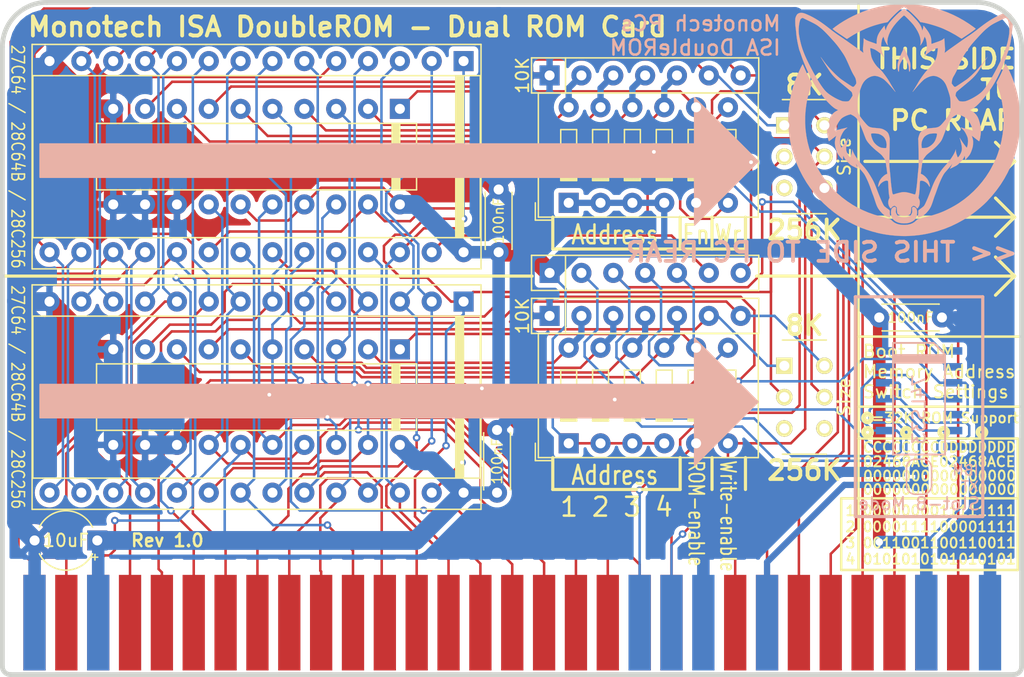
<source format=kicad_pcb>
(kicad_pcb (version 20171130) (host pcbnew "(5.1.0)-1")
  (title_block (title "ISA DoubleROM") (date 2019-07-14) (company "Monotech PCs"))
  (layers (0 Front signal) (31 Back signal) (36 B.SilkS user) (37 F.SilkS user) (38 B.Mask user) (39 F.Mask user) (44 Edge.Cuts user))
  (net 0 "")
  (net 1 /A0)
  (net 2 /A1)
  (net 3 /A10)
  (net 4 /A11)
  (net 5 /A12)
  (net 6 /A13)
  (net 7 /A14)
  (net 8 /A15)
  (net 9 /A16)
  (net 10 /A17)
  (net 11 /A18)
  (net 12 /A19)
  (net 13 /A2)
  (net 14 /A3)
  (net 15 /A4)
  (net 16 /A5)
  (net 17 /A6)
  (net 18 /A7)
  (net 19 /A8)
  (net 20 /A9)
  (net 21 /AEN)
  (net 22 /D0)
  (net 23 /D1)
  (net 24 /D2)
  (net 25 /D3)
  (net 26 /D4)
  (net 27 /D5)
  (net 28 /D6)
  (net 29 /D7)
  (net 30 /~MEMR)
  (net 31 /~MEMW)
  (net 32 GND)
  (net 33 VCC)
  (net 34 "Net-(RN1-Pad5)")
  (net 35 "Net-(RN1-Pad4)")
  (net 36 "Net-(RN1-Pad3)")
  (net 37 "Net-(RN1-Pad2)")
  (net 38 "Net-(RN1-Pad6)")
  (net 39 "Net-(RN1-Pad7)")
  (net 40 "Net-(RN2-Pad7)")
  (net 41 /CARDSEL)
  (net 42 "Net-(JP1-Pad1)")
  (net 43 "Net-(RN2-Pad2)")
  (net 44 "Net-(RN2-Pad3)")
  (net 45 "Net-(RN2-Pad4)")
  (net 46 "Net-(RN2-Pad5)")
  (net 47 "Net-(RN2-Pad6)")
  (net 48 /CARDSEL2)
  (net 49 /CARDSEL1)
  (net 50 /~ROMW2)
  (net 51 /AEN2)
  (net 52 /~ROMW1)
  (net 53 /AEN1)
  (net 54 /~ROMCS1)
  (net 55 /~ROMCS2)
  (module "Custom KiCad Library:Monotech Logo 18mm" (layer Back) (at 252.2855 123.825 180)
    (fp_text reference G*** hide)
    (fp_text value LOGO hide)
  )
  (module Custom:Conn_Bus_ISA8 (layer Front) (at 221.05 163.908)
    (fp_text reference J1 hide)
    (fp_text value Bus_ISA_8bit hide)
    (pad 8 connect rect (at 20.32 0) (size 1.778 7.62) (layers Back B.Mask) (net 41 /CARDSEL))
    (pad 62 connect rect (at -38.1 0) (size 1.778 7.62) (layers Front F.Mask) (net 1 /A0))
    (pad 61 connect rect (at -35.56 0) (size 1.778 7.62) (layers Front F.Mask) (net 2 /A1))
    (pad 60 connect rect (at -33.02 0) (size 1.778 7.62) (layers Front F.Mask) (net 13 /A2))
    (pad 59 connect rect (at -30.48 0) (size 1.778 7.62) (layers Front F.Mask) (net 14 /A3))
    (pad 58 connect rect (at -27.94 0) (size 1.778 7.62) (layers Front F.Mask) (net 15 /A4))
    (pad 57 connect rect (at -25.4 0) (size 1.778 7.62) (layers Front F.Mask) (net 16 /A5))
    (pad 56 connect rect (at -22.86 0) (size 1.778 7.62) (layers Front F.Mask) (net 17 /A6))
    (pad 55 connect rect (at -20.32 0) (size 1.778 7.62) (layers Front F.Mask) (net 18 /A7))
    (pad 54 connect rect (at -17.78 0) (size 1.778 7.62) (layers Front F.Mask) (net 19 /A8))
    (pad 53 connect rect (at -15.24 0) (size 1.778 7.62) (layers Front F.Mask) (net 20 /A9))
    (pad 52 connect rect (at -12.7 0) (size 1.778 7.62) (layers Front F.Mask) (net 3 /A10))
    (pad 51 connect rect (at -10.16 0) (size 1.778 7.62) (layers Front F.Mask) (net 4 /A11))
    (pad 50 connect rect (at -7.62 0) (size 1.778 7.62) (layers Front F.Mask) (net 5 /A12))
    (pad 49 connect rect (at -5.08 0) (size 1.778 7.62) (layers Front F.Mask) (net 6 /A13))
    (pad 48 connect rect (at -2.54 0) (size 1.778 7.62) (layers Front F.Mask) (net 7 /A14))
    (pad 47 connect rect (at 0 0) (size 1.778 7.62) (layers Front F.Mask) (net 8 /A15))
    (pad 46 connect rect (at 2.54 0) (size 1.778 7.62) (layers Front F.Mask) (net 9 /A16))
    (pad 45 connect rect (at 5.08 0) (size 1.778 7.62) (layers Front F.Mask) (net 10 /A17))
    (pad 44 connect rect (at 7.62 0) (size 1.778 7.62) (layers Front F.Mask) (net 11 /A18))
    (pad 43 connect rect (at 10.16 0) (size 1.778 7.62) (layers Front F.Mask) (net 12 /A19))
    (pad 42 connect rect (at 12.7 0) (size 1.778 7.62) (layers Front F.Mask) (net 21 /AEN))
    (pad 40 connect rect (at 17.78 0) (size 1.778 7.62) (layers Front F.Mask) (net 22 /D0))
    (pad 39 connect rect (at 20.32 0) (size 1.778 7.62) (layers Front F.Mask) (net 23 /D1))
    (pad 38 connect rect (at 22.86 0) (size 1.778 7.62) (layers Front F.Mask) (net 24 /D2))
    (pad 37 connect rect (at 25.4 0) (size 1.778 7.62) (layers Front F.Mask) (net 25 /D3))
    (pad 36 connect rect (at 27.94 0) (size 1.778 7.62) (layers Front F.Mask) (net 26 /D4))
    (pad 35 connect rect (at 30.48 0) (size 1.778 7.62) (layers Front F.Mask) (net 27 /D5))
    (pad 34 connect rect (at 33.02 0) (size 1.778 7.62) (layers Front F.Mask) (net 28 /D6))
    (pad 33 connect rect (at 35.56 0) (size 1.778 7.62) (layers Front F.Mask) (net 29 /D7))
    (pad 31 connect rect (at -38.1 0) (size 1.778 7.62) (layers Back B.Mask) (net 32 GND))
    (pad 29 connect rect (at -33.02 0) (size 1.778 7.62) (layers Back B.Mask) (net 33 VCC))
    (pad 12 connect rect (at 10.16 0) (size 1.778 7.62) (layers Back B.Mask) (net 30 /~MEMR))
    (pad 11 connect rect (at 12.7 0) (size 1.778 7.62) (layers Back B.Mask) (net 31 /~MEMW))
    (pad 10 connect rect (at 15.24 0) (size 1.778 7.62) (layers Back B.Mask) (net 32 GND))
    (pad 3 connect rect (at 33.02 0) (size 1.778 7.62) (layers Back B.Mask) (net 33 VCC))
    (pad 1 connect rect (at 38.1 0) (size 1.778 7.62) (layers Back B.Mask) (net 32 GND))
  )
  (module Capacitor_THT:CP_Radial_Tantal_D4.5mm_P5.00mm (layer Front) (at 187.96 157.353 180)
    (fp_text reference C1)
    (fp_text value 10uF (at 2.5 0 180) (layer F.SilkS))
    (pad 1 thru_hole rect (at 0 0 180) (size 1.6 1.6) (drill 0.8) (layers *.Cu *.Mask) (net 33 VCC))
    (pad 2 thru_hole circle (at 5 0 180) (size 1.6 1.6) (drill 0.8) (layers *.Cu *.Mask) (net 32 GND))
  )
  (module Capacitor_THT:C_Disc_D4.3mm_W1.9mm_P5.00mm (layer Front) (at 219.837 153.543 90)
    (fp_text reference C2)
    (fp_text value 100nF (at 2.5 0 90) (layer F.SilkS) (effects (font (size 0.8 0.8) (thickness 0.12))))
    (pad 1 thru_hole circle (at 0 0 90) (size 1.6 1.6) (drill 0.8) (layers *.Cu *.Mask) (net 33 VCC))
    (pad 2 thru_hole circle (at 5 0 90) (size 1.6 1.6) (drill 0.8) (layers *.Cu *.Mask) (net 32 GND))
  )
  (module Capacitor_THT:C_Disc_D4.3mm_W1.9mm_P5.00mm (layer Front) (at 219.964 134.366 90)
    (fp_text reference C3)
    (fp_text value 100nF (at 2.5 0 90) (layer F.SilkS) (effects (font (size 0.8 0.8) (thickness 0.12))))
    (pad 2 thru_hole circle (at 5 0 90) (size 1.6 1.6) (drill 0.8) (layers *.Cu *.Mask) (net 32 GND))
    (pad 1 thru_hole circle (at 0 0 90) (size 1.6 1.6) (drill 0.8) (layers *.Cu *.Mask) (net 33 VCC))
  )
  (module Jumper:SolderJumper-2_P1.3mm_Bridged_RoundedPad1.0x1.5mm (layer Back) (at 253.492 152.273 270)
    (fp_text reference JP1)
    (fp_text value "Slot-8 Mode" (at 2.159 0) (layer B.SilkS) (effects (justify mirror)))
    (fp_poly (pts (xy 0.25 0.3) (xy -0.25 0.3) (xy -0.25 -0.3) (xy 0.25 -0.3)) (layer Back) (width 0))
    (pad 2 smd custom (at 0.65 0 270) (size 1 0.5) (layers Back B.Mask) (net 41 /CARDSEL) (options (clearance outline) (anchor rect)) (primitives (gr_circle (center 0 -0.25) (end 0.5 -0.25) (width 0)) (gr_circle (center 0 0.25) (end 0.5 0.25) (width 0)) (gr_poly (pts (xy 0 0.75) (xy -0.5 0.75) (xy -0.5 -0.75) (xy 0 -0.75)) (width 0))))
    (pad 1 smd custom (at -0.65 0 270) (size 1 0.5) (layers Back B.Mask) (net 42 "Net-(JP1-Pad1)") (options (clearance outline) (anchor rect)) (primitives (gr_circle (center 0 -0.25) (end 0.5 -0.25) (width 0)) (gr_circle (center 0 0.25) (end 0.5 0.25) (width 0)) (gr_poly (pts (xy 0 0.75) (xy 0.5 0.75) (xy 0.5 -0.75) (xy 0 -0.75)) (width 0))))
  )
  (module Resistor_THT:R_Array_SIP7 (layer Front) (at 224.028 120.269)
    (fp_text reference RN1)
    (fp_text value 10K (at -2.159 0 90) (layer F.SilkS))
    (pad 7 thru_hole oval (at 15.24 0) (size 1.6 1.6) (drill 0.8) (layers *.Cu *.Mask) (net 39 "Net-(RN1-Pad7)"))
    (pad 6 thru_hole oval (at 12.7 0) (size 1.6 1.6) (drill 0.8) (layers *.Cu *.Mask) (net 38 "Net-(RN1-Pad6)"))
    (pad 5 thru_hole oval (at 10.16 0) (size 1.6 1.6) (drill 0.8) (layers *.Cu *.Mask) (net 34 "Net-(RN1-Pad5)"))
    (pad 4 thru_hole oval (at 7.62 0) (size 1.6 1.6) (drill 0.8) (layers *.Cu *.Mask) (net 35 "Net-(RN1-Pad4)"))
    (pad 3 thru_hole oval (at 5.08 0) (size 1.6 1.6) (drill 0.8) (layers *.Cu *.Mask) (net 36 "Net-(RN1-Pad3)"))
    (pad 2 thru_hole oval (at 2.54 0) (size 1.6 1.6) (drill 0.8) (layers *.Cu *.Mask) (net 37 "Net-(RN1-Pad2)"))
    (pad 1 thru_hole rect (at 0 0) (size 1.6 1.6) (drill 0.8) (layers *.Cu *.Mask) (net 32 GND))
  )
  (module Resistor_THT:R_Array_SIP7 (layer Front) (at 224.028 139.446)
    (fp_text reference RN2)
    (fp_text value 10K (at -2.159 0 90) (layer F.SilkS))
    (pad 1 thru_hole rect (at 0 0) (size 1.6 1.6) (drill 0.8) (layers *.Cu *.Mask) (net 32 GND))
    (pad 2 thru_hole oval (at 2.54 0) (size 1.6 1.6) (drill 0.8) (layers *.Cu *.Mask) (net 43 "Net-(RN2-Pad2)"))
    (pad 3 thru_hole oval (at 5.08 0) (size 1.6 1.6) (drill 0.8) (layers *.Cu *.Mask) (net 44 "Net-(RN2-Pad3)"))
    (pad 4 thru_hole oval (at 7.62 0) (size 1.6 1.6) (drill 0.8) (layers *.Cu *.Mask) (net 45 "Net-(RN2-Pad4)"))
    (pad 5 thru_hole oval (at 10.16 0) (size 1.6 1.6) (drill 0.8) (layers *.Cu *.Mask) (net 46 "Net-(RN2-Pad5)"))
    (pad 6 thru_hole oval (at 12.7 0) (size 1.6 1.6) (drill 0.8) (layers *.Cu *.Mask) (net 47 "Net-(RN2-Pad6)"))
    (pad 7 thru_hole oval (at 15.24 0) (size 1.6 1.6) (drill 0.8) (layers *.Cu *.Mask) (net 40 "Net-(RN2-Pad7)"))
  )
  (module Resistor_THT:R_Array_SIP7 (layer Front) (at 224.028 136.017)
    (fp_text reference RN3)
    (fp_text value 10K)
    (pad 1 thru_hole rect (at 0 0) (size 1.6 1.6) (drill 0.8) (layers *.Cu *.Mask) (net 33 VCC))
    (pad 2 thru_hole oval (at 2.54 0) (size 1.6 1.6) (drill 0.8) (layers *.Cu *.Mask) (net 48 /CARDSEL2))
    (pad 3 thru_hole oval (at 5.08 0) (size 1.6 1.6) (drill 0.8) (layers *.Cu *.Mask) (net 49 /CARDSEL1))
    (pad 4 thru_hole oval (at 7.62 0) (size 1.6 1.6) (drill 0.8) (layers *.Cu *.Mask) (net 50 /~ROMW2))
    (pad 5 thru_hole oval (at 10.16 0) (size 1.6 1.6) (drill 0.8) (layers *.Cu *.Mask) (net 51 /AEN2))
    (pad 6 thru_hole oval (at 12.7 0) (size 1.6 1.6) (drill 0.8) (layers *.Cu *.Mask) (net 52 /~ROMW1))
    (pad 7 thru_hole oval (at 15.24 0) (size 1.6 1.6) (drill 0.8) (layers *.Cu *.Mask) (net 53 /AEN1))
  )
  (module Button_Switch_THT:SW_DIP_SPSTx06_Slide_9.78x17.42mm_W7.62mm_P2.54mm (layer Front) (at 225.552 130.429 90)
    (fp_text reference SW1)
    (fp_text value "ROM 1 Config")
    (pad 12 thru_hole oval (at 7.62 0 90) (size 1.6 1.6) (drill 0.8) (layers *.Cu *.Mask) (net 37 "Net-(RN1-Pad2)"))
    (pad 6 thru_hole oval (at 0 12.7 90) (size 1.6 1.6) (drill 0.8) (layers *.Cu *.Mask) (net 31 /~MEMW))
    (pad 11 thru_hole oval (at 7.62 2.54 90) (size 1.6 1.6) (drill 0.8) (layers *.Cu *.Mask) (net 36 "Net-(RN1-Pad3)"))
    (pad 5 thru_hole oval (at 0 10.16 90) (size 1.6 1.6) (drill 0.8) (layers *.Cu *.Mask) (net 21 /AEN))
    (pad 10 thru_hole oval (at 7.62 5.08 90) (size 1.6 1.6) (drill 0.8) (layers *.Cu *.Mask) (net 35 "Net-(RN1-Pad4)"))
    (pad 4 thru_hole oval (at 0 7.62 90) (size 1.6 1.6) (drill 0.8) (layers *.Cu *.Mask) (net 33 VCC))
    (pad 9 thru_hole oval (at 7.62 7.62 90) (size 1.6 1.6) (drill 0.8) (layers *.Cu *.Mask) (net 34 "Net-(RN1-Pad5)"))
    (pad 3 thru_hole oval (at 0 5.08 90) (size 1.6 1.6) (drill 0.8) (layers *.Cu *.Mask) (net 33 VCC))
    (pad 8 thru_hole oval (at 7.62 10.16 90) (size 1.6 1.6) (drill 0.8) (layers *.Cu *.Mask) (net 53 /AEN1))
    (pad 2 thru_hole oval (at 0 2.54 90) (size 1.6 1.6) (drill 0.8) (layers *.Cu *.Mask) (net 33 VCC))
    (pad 7 thru_hole oval (at 7.62 12.7 90) (size 1.6 1.6) (drill 0.8) (layers *.Cu *.Mask) (net 52 /~ROMW1))
    (pad 1 thru_hole rect (at 0 0 90) (size 1.6 1.6) (drill 0.8) (layers *.Cu *.Mask) (net 33 VCC))
  )
  (module Button_Switch_THT:SW_DIP_SPSTx06_Slide_9.78x17.42mm_W7.62mm_P2.54mm (layer Front) (at 225.552 149.606 90)
    (fp_text reference SW2)
    (fp_text value "ROM 2 Config")
    (pad 1 thru_hole rect (at 0 0 90) (size 1.6 1.6) (drill 0.8) (layers *.Cu *.Mask) (net 33 VCC))
    (pad 7 thru_hole oval (at 7.62 12.7 90) (size 1.6 1.6) (drill 0.8) (layers *.Cu *.Mask) (net 50 /~ROMW2))
    (pad 2 thru_hole oval (at 0 2.54 90) (size 1.6 1.6) (drill 0.8) (layers *.Cu *.Mask) (net 33 VCC))
    (pad 8 thru_hole oval (at 7.62 10.16 90) (size 1.6 1.6) (drill 0.8) (layers *.Cu *.Mask) (net 51 /AEN2))
    (pad 3 thru_hole oval (at 0 5.08 90) (size 1.6 1.6) (drill 0.8) (layers *.Cu *.Mask) (net 33 VCC))
    (pad 9 thru_hole oval (at 7.62 7.62 90) (size 1.6 1.6) (drill 0.8) (layers *.Cu *.Mask) (net 46 "Net-(RN2-Pad5)"))
    (pad 4 thru_hole oval (at 0 7.62 90) (size 1.6 1.6) (drill 0.8) (layers *.Cu *.Mask) (net 33 VCC))
    (pad 10 thru_hole oval (at 7.62 5.08 90) (size 1.6 1.6) (drill 0.8) (layers *.Cu *.Mask) (net 45 "Net-(RN2-Pad4)"))
    (pad 5 thru_hole oval (at 0 10.16 90) (size 1.6 1.6) (drill 0.8) (layers *.Cu *.Mask) (net 21 /AEN))
    (pad 11 thru_hole oval (at 7.62 2.54 90) (size 1.6 1.6) (drill 0.8) (layers *.Cu *.Mask) (net 44 "Net-(RN2-Pad3)"))
    (pad 6 thru_hole oval (at 0 12.7 90) (size 1.6 1.6) (drill 0.8) (layers *.Cu *.Mask) (net 31 /~MEMW))
    (pad 12 thru_hole oval (at 7.62 0 90) (size 1.6 1.6) (drill 0.8) (layers *.Cu *.Mask) (net 43 "Net-(RN2-Pad2)"))
  )
  (module "Monotech Obscure KiCad Library:SW_MS-22D18G2" (layer Front) (at 244.348 126.746)
    (fp_text reference SW3)
    (fp_text value Size (at 3.175 0 90) (layer F.SilkS))
    (pad 1 thru_hole rect (at -1.6 -2.5) (size 1.308 1.308) (drill 0.8) (layers *.Cu *.Mask F.SilkS) (net 38 "Net-(RN1-Pad6)"))
    (pad 2 thru_hole circle (at -1.6 0) (size 1.308 1.308) (drill 0.8) (layers *.Cu *.Mask F.SilkS) (net 7 /A14))
    (pad 3 thru_hole circle (at -1.6 2.5) (size 1.308 1.308) (drill 0.8) (layers *.Cu *.Mask F.SilkS))
    (pad 4 thru_hole circle (at 1.6 -2.5) (size 1.308 1.308) (drill 0.8) (layers *.Cu *.Mask F.SilkS) (net 39 "Net-(RN1-Pad7)"))
    (pad 5 thru_hole circle (at 1.6 0) (size 1.308 1.308) (drill 0.8) (layers *.Cu *.Mask F.SilkS) (net 6 /A13))
    (pad 6 thru_hole circle (at 1.6 2.5) (size 1.308 1.308) (drill 0.8) (layers *.Cu *.Mask F.SilkS))
  )
  (module "Monotech Obscure KiCad Library:SW_MS-22D18G2" (layer Front) (at 244.348 145.923)
    (fp_text reference SW4)
    (fp_text value Size (at 3.175 0 90) (layer F.SilkS))
    (pad 6 thru_hole circle (at 1.6 2.5) (size 1.308 1.308) (drill 0.8) (layers *.Cu *.Mask F.SilkS))
    (pad 5 thru_hole circle (at 1.6 0) (size 1.308 1.308) (drill 0.8) (layers *.Cu *.Mask F.SilkS) (net 6 /A13))
    (pad 4 thru_hole circle (at 1.6 -2.5) (size 1.308 1.308) (drill 0.8) (layers *.Cu *.Mask F.SilkS) (net 40 "Net-(RN2-Pad7)"))
    (pad 3 thru_hole circle (at -1.6 2.5) (size 1.308 1.308) (drill 0.8) (layers *.Cu *.Mask F.SilkS))
    (pad 2 thru_hole circle (at -1.6 0) (size 1.308 1.308) (drill 0.8) (layers *.Cu *.Mask F.SilkS) (net 7 /A14))
    (pad 1 thru_hole rect (at -1.6 -2.5) (size 1.308 1.308) (drill 0.8) (layers *.Cu *.Mask F.SilkS) (net 47 "Net-(RN2-Pad6)"))
  )
  (module "Custom KiCad Library:DIP-28_W15.24mm_Socket" (layer Front) (at 217.17 119.126 270)
    (fp_text reference U1)
    (fp_text value "ROM 1")
    (pad 1 thru_hole rect (at 0 0 270) (size 1.6 1.6) (drill 0.8) (layers *.Cu *.Mask) (net 7 /A14))
    (pad 15 thru_hole oval (at 15.24 33.02 270) (size 1.6 1.6) (drill 0.8) (layers *.Cu *.Mask) (net 25 /D3))
    (pad 2 thru_hole oval (at 0 2.54 270) (size 1.6 1.6) (drill 0.8) (layers *.Cu *.Mask) (net 5 /A12))
    (pad 16 thru_hole oval (at 15.24 30.48 270) (size 1.6 1.6) (drill 0.8) (layers *.Cu *.Mask) (net 26 /D4))
    (pad 3 thru_hole oval (at 0 5.08 270) (size 1.6 1.6) (drill 0.8) (layers *.Cu *.Mask) (net 18 /A7))
    (pad 17 thru_hole oval (at 15.24 27.94 270) (size 1.6 1.6) (drill 0.8) (layers *.Cu *.Mask) (net 27 /D5))
    (pad 4 thru_hole oval (at 0 7.62 270) (size 1.6 1.6) (drill 0.8) (layers *.Cu *.Mask) (net 17 /A6))
    (pad 18 thru_hole oval (at 15.24 25.4 270) (size 1.6 1.6) (drill 0.8) (layers *.Cu *.Mask) (net 28 /D6))
    (pad 5 thru_hole oval (at 0 10.16 270) (size 1.6 1.6) (drill 0.8) (layers *.Cu *.Mask) (net 16 /A5))
    (pad 19 thru_hole oval (at 15.24 22.86 270) (size 1.6 1.6) (drill 0.8) (layers *.Cu *.Mask) (net 29 /D7))
    (pad 6 thru_hole oval (at 0 12.7 270) (size 1.6 1.6) (drill 0.8) (layers *.Cu *.Mask) (net 15 /A4))
    (pad 20 thru_hole oval (at 15.24 20.32 270) (size 1.6 1.6) (drill 0.8) (layers *.Cu *.Mask) (net 54 /~ROMCS1))
    (pad 7 thru_hole oval (at 0 15.24 270) (size 1.6 1.6) (drill 0.8) (layers *.Cu *.Mask) (net 14 /A3))
    (pad 21 thru_hole oval (at 15.24 17.78 270) (size 1.6 1.6) (drill 0.8) (layers *.Cu *.Mask) (net 3 /A10))
    (pad 8 thru_hole oval (at 0 17.78 270) (size 1.6 1.6) (drill 0.8) (layers *.Cu *.Mask) (net 13 /A2))
    (pad 22 thru_hole oval (at 15.24 15.24 270) (size 1.6 1.6) (drill 0.8) (layers *.Cu *.Mask) (net 30 /~MEMR))
    (pad 9 thru_hole oval (at 0 20.32 270) (size 1.6 1.6) (drill 0.8) (layers *.Cu *.Mask) (net 2 /A1))
    (pad 23 thru_hole oval (at 15.24 12.7 270) (size 1.6 1.6) (drill 0.8) (layers *.Cu *.Mask) (net 4 /A11))
    (pad 10 thru_hole oval (at 0 22.86 270) (size 1.6 1.6) (drill 0.8) (layers *.Cu *.Mask) (net 1 /A0))
    (pad 24 thru_hole oval (at 15.24 10.16 270) (size 1.6 1.6) (drill 0.8) (layers *.Cu *.Mask) (net 20 /A9))
    (pad 11 thru_hole oval (at 0 25.4 270) (size 1.6 1.6) (drill 0.8) (layers *.Cu *.Mask) (net 22 /D0))
    (pad 25 thru_hole oval (at 15.24 7.62 270) (size 1.6 1.6) (drill 0.8) (layers *.Cu *.Mask) (net 19 /A8))
    (pad 12 thru_hole oval (at 0 27.94 270) (size 1.6 1.6) (drill 0.8) (layers *.Cu *.Mask) (net 23 /D1))
    (pad 26 thru_hole oval (at 15.24 5.08 270) (size 1.6 1.6) (drill 0.8) (layers *.Cu *.Mask) (net 6 /A13))
    (pad 13 thru_hole oval (at 0 30.48 270) (size 1.6 1.6) (drill 0.8) (layers *.Cu *.Mask) (net 24 /D2))
    (pad 27 thru_hole oval (at 15.24 2.54 270) (size 1.6 1.6) (drill 0.8) (layers *.Cu *.Mask) (net 52 /~ROMW1))
    (pad 14 thru_hole oval (at 0 33.02 270) (size 1.6 1.6) (drill 0.8) (layers *.Cu *.Mask) (net 32 GND))
    (pad 28 thru_hole oval (at 15.24 0 270) (size 1.6 1.6) (drill 0.8) (layers *.Cu *.Mask) (net 33 VCC))
  )
  (module "Custom KiCad Library:DIP-28_W15.24mm_Socket" (layer Front) (at 217.17 138.303 270)
    (fp_text reference U2)
    (fp_text value "ROM 2")
    (pad 28 thru_hole oval (at 15.24 0 270) (size 1.6 1.6) (drill 0.8) (layers *.Cu *.Mask) (net 33 VCC))
    (pad 14 thru_hole oval (at 0 33.02 270) (size 1.6 1.6) (drill 0.8) (layers *.Cu *.Mask) (net 32 GND))
    (pad 27 thru_hole oval (at 15.24 2.54 270) (size 1.6 1.6) (drill 0.8) (layers *.Cu *.Mask) (net 50 /~ROMW2))
    (pad 13 thru_hole oval (at 0 30.48 270) (size 1.6 1.6) (drill 0.8) (layers *.Cu *.Mask) (net 24 /D2))
    (pad 26 thru_hole oval (at 15.24 5.08 270) (size 1.6 1.6) (drill 0.8) (layers *.Cu *.Mask) (net 6 /A13))
    (pad 12 thru_hole oval (at 0 27.94 270) (size 1.6 1.6) (drill 0.8) (layers *.Cu *.Mask) (net 23 /D1))
    (pad 25 thru_hole oval (at 15.24 7.62 270) (size 1.6 1.6) (drill 0.8) (layers *.Cu *.Mask) (net 19 /A8))
    (pad 11 thru_hole oval (at 0 25.4 270) (size 1.6 1.6) (drill 0.8) (layers *.Cu *.Mask) (net 22 /D0))
    (pad 24 thru_hole oval (at 15.24 10.16 270) (size 1.6 1.6) (drill 0.8) (layers *.Cu *.Mask) (net 20 /A9))
    (pad 10 thru_hole oval (at 0 22.86 270) (size 1.6 1.6) (drill 0.8) (layers *.Cu *.Mask) (net 1 /A0))
    (pad 23 thru_hole oval (at 15.24 12.7 270) (size 1.6 1.6) (drill 0.8) (layers *.Cu *.Mask) (net 4 /A11))
    (pad 9 thru_hole oval (at 0 20.32 270) (size 1.6 1.6) (drill 0.8) (layers *.Cu *.Mask) (net 2 /A1))
    (pad 22 thru_hole oval (at 15.24 15.24 270) (size 1.6 1.6) (drill 0.8) (layers *.Cu *.Mask) (net 30 /~MEMR))
    (pad 8 thru_hole oval (at 0 17.78 270) (size 1.6 1.6) (drill 0.8) (layers *.Cu *.Mask) (net 13 /A2))
    (pad 21 thru_hole oval (at 15.24 17.78 270) (size 1.6 1.6) (drill 0.8) (layers *.Cu *.Mask) (net 3 /A10))
    (pad 7 thru_hole oval (at 0 15.24 270) (size 1.6 1.6) (drill 0.8) (layers *.Cu *.Mask) (net 14 /A3))
    (pad 20 thru_hole oval (at 15.24 20.32 270) (size 1.6 1.6) (drill 0.8) (layers *.Cu *.Mask) (net 55 /~ROMCS2))
    (pad 6 thru_hole oval (at 0 12.7 270) (size 1.6 1.6) (drill 0.8) (layers *.Cu *.Mask) (net 15 /A4))
    (pad 19 thru_hole oval (at 15.24 22.86 270) (size 1.6 1.6) (drill 0.8) (layers *.Cu *.Mask) (net 29 /D7))
    (pad 5 thru_hole oval (at 0 10.16 270) (size 1.6 1.6) (drill 0.8) (layers *.Cu *.Mask) (net 16 /A5))
    (pad 18 thru_hole oval (at 15.24 25.4 270) (size 1.6 1.6) (drill 0.8) (layers *.Cu *.Mask) (net 28 /D6))
    (pad 4 thru_hole oval (at 0 7.62 270) (size 1.6 1.6) (drill 0.8) (layers *.Cu *.Mask) (net 17 /A6))
    (pad 17 thru_hole oval (at 15.24 27.94 270) (size 1.6 1.6) (drill 0.8) (layers *.Cu *.Mask) (net 27 /D5))
    (pad 3 thru_hole oval (at 0 5.08 270) (size 1.6 1.6) (drill 0.8) (layers *.Cu *.Mask) (net 18 /A7))
    (pad 16 thru_hole oval (at 15.24 30.48 270) (size 1.6 1.6) (drill 0.8) (layers *.Cu *.Mask) (net 26 /D4))
    (pad 2 thru_hole oval (at 0 2.54 270) (size 1.6 1.6) (drill 0.8) (layers *.Cu *.Mask) (net 5 /A12))
    (pad 15 thru_hole oval (at 15.24 33.02 270) (size 1.6 1.6) (drill 0.8) (layers *.Cu *.Mask) (net 25 /D3))
    (pad 1 thru_hole rect (at 0 0 270) (size 1.6 1.6) (drill 0.8) (layers *.Cu *.Mask) (net 7 /A14))
  )
  (module "Custom KiCad Library:DIP-20_W7.62mm" (layer Front) (at 212.09 122.936 270)
    (fp_text reference U3)
    (fp_text value 74LS688 (at 3.81 11.4935) (layer F.SilkS))
    (pad 20 thru_hole oval (at 7.62 0 270) (size 1.6 1.6) (drill 0.8) (layers *.Cu *.Mask) (net 33 VCC))
    (pad 10 thru_hole oval (at 0 22.86 270) (size 1.6 1.6) (drill 0.8) (layers *.Cu *.Mask) (net 32 GND))
    (pad 19 thru_hole oval (at 7.62 2.54 270) (size 1.6 1.6) (drill 0.8) (layers *.Cu *.Mask) (net 54 /~ROMCS1))
    (pad 9 thru_hole oval (at 0 20.32 270) (size 1.6 1.6) (drill 0.8) (layers *.Cu *.Mask) (net 39 "Net-(RN1-Pad7)"))
    (pad 18 thru_hole oval (at 7.62 5.08 270) (size 1.6 1.6) (drill 0.8) (layers *.Cu *.Mask) (net 12 /A19))
    (pad 8 thru_hole oval (at 0 17.78 270) (size 1.6 1.6) (drill 0.8) (layers *.Cu *.Mask) (net 34 "Net-(RN1-Pad5)"))
    (pad 17 thru_hole oval (at 7.62 7.62 270) (size 1.6 1.6) (drill 0.8) (layers *.Cu *.Mask) (net 33 VCC))
    (pad 7 thru_hole oval (at 0 15.24 270) (size 1.6 1.6) (drill 0.8) (layers *.Cu *.Mask) (net 38 "Net-(RN1-Pad6)"))
    (pad 16 thru_hole oval (at 7.62 10.16 270) (size 1.6 1.6) (drill 0.8) (layers *.Cu *.Mask) (net 11 /A18))
    (pad 6 thru_hole oval (at 0 12.7 270) (size 1.6 1.6) (drill 0.8) (layers *.Cu *.Mask) (net 35 "Net-(RN1-Pad4)"))
    (pad 15 thru_hole oval (at 7.62 12.7 270) (size 1.6 1.6) (drill 0.8) (layers *.Cu *.Mask) (net 33 VCC))
    (pad 5 thru_hole oval (at 0 10.16 270) (size 1.6 1.6) (drill 0.8) (layers *.Cu *.Mask) (net 8 /A15))
    (pad 14 thru_hole oval (at 7.62 15.24 270) (size 1.6 1.6) (drill 0.8) (layers *.Cu *.Mask) (net 10 /A17))
    (pad 4 thru_hole oval (at 0 7.62 270) (size 1.6 1.6) (drill 0.8) (layers *.Cu *.Mask) (net 36 "Net-(RN1-Pad3)"))
    (pad 13 thru_hole oval (at 7.62 17.78 270) (size 1.6 1.6) (drill 0.8) (layers *.Cu *.Mask) (net 32 GND))
    (pad 3 thru_hole oval (at 0 5.08 270) (size 1.6 1.6) (drill 0.8) (layers *.Cu *.Mask) (net 9 /A16))
    (pad 12 thru_hole oval (at 7.62 20.32 270) (size 1.6 1.6) (drill 0.8) (layers *.Cu *.Mask) (net 32 GND))
    (pad 2 thru_hole oval (at 0 2.54 270) (size 1.6 1.6) (drill 0.8) (layers *.Cu *.Mask) (net 37 "Net-(RN1-Pad2)"))
    (pad 11 thru_hole oval (at 7.62 22.86 270) (size 1.6 1.6) (drill 0.8) (layers *.Cu *.Mask) (net 32 GND))
    (pad 1 thru_hole rect (at 0 0 270) (size 1.6 1.6) (drill 0.8) (layers *.Cu *.Mask) (net 53 /AEN1))
  )
  (module "Custom KiCad Library:DIP-20_W7.62mm" (layer Front) (at 212.09 142.113 270)
    (fp_text reference U4)
    (fp_text value 74LS688 (at 3.81 11.4935) (layer F.SilkS))
    (pad 1 thru_hole rect (at 0 0 270) (size 1.6 1.6) (drill 0.8) (layers *.Cu *.Mask) (net 51 /AEN2))
    (pad 11 thru_hole oval (at 7.62 22.86 270) (size 1.6 1.6) (drill 0.8) (layers *.Cu *.Mask) (net 32 GND))
    (pad 2 thru_hole oval (at 0 2.54 270) (size 1.6 1.6) (drill 0.8) (layers *.Cu *.Mask) (net 43 "Net-(RN2-Pad2)"))
    (pad 12 thru_hole oval (at 7.62 20.32 270) (size 1.6 1.6) (drill 0.8) (layers *.Cu *.Mask) (net 32 GND))
    (pad 3 thru_hole oval (at 0 5.08 270) (size 1.6 1.6) (drill 0.8) (layers *.Cu *.Mask) (net 9 /A16))
    (pad 13 thru_hole oval (at 7.62 17.78 270) (size 1.6 1.6) (drill 0.8) (layers *.Cu *.Mask) (net 32 GND))
    (pad 4 thru_hole oval (at 0 7.62 270) (size 1.6 1.6) (drill 0.8) (layers *.Cu *.Mask) (net 44 "Net-(RN2-Pad3)"))
    (pad 14 thru_hole oval (at 7.62 15.24 270) (size 1.6 1.6) (drill 0.8) (layers *.Cu *.Mask) (net 10 /A17))
    (pad 5 thru_hole oval (at 0 10.16 270) (size 1.6 1.6) (drill 0.8) (layers *.Cu *.Mask) (net 8 /A15))
    (pad 15 thru_hole oval (at 7.62 12.7 270) (size 1.6 1.6) (drill 0.8) (layers *.Cu *.Mask) (net 33 VCC))
    (pad 6 thru_hole oval (at 0 12.7 270) (size 1.6 1.6) (drill 0.8) (layers *.Cu *.Mask) (net 45 "Net-(RN2-Pad4)"))
    (pad 16 thru_hole oval (at 7.62 10.16 270) (size 1.6 1.6) (drill 0.8) (layers *.Cu *.Mask) (net 11 /A18))
    (pad 7 thru_hole oval (at 0 15.24 270) (size 1.6 1.6) (drill 0.8) (layers *.Cu *.Mask) (net 47 "Net-(RN2-Pad6)"))
    (pad 17 thru_hole oval (at 7.62 7.62 270) (size 1.6 1.6) (drill 0.8) (layers *.Cu *.Mask) (net 33 VCC))
    (pad 8 thru_hole oval (at 0 17.78 270) (size 1.6 1.6) (drill 0.8) (layers *.Cu *.Mask) (net 46 "Net-(RN2-Pad5)"))
    (pad 18 thru_hole oval (at 7.62 5.08 270) (size 1.6 1.6) (drill 0.8) (layers *.Cu *.Mask) (net 12 /A19))
    (pad 9 thru_hole oval (at 0 20.32 270) (size 1.6 1.6) (drill 0.8) (layers *.Cu *.Mask) (net 40 "Net-(RN2-Pad7)"))
    (pad 19 thru_hole oval (at 7.62 2.54 270) (size 1.6 1.6) (drill 0.8) (layers *.Cu *.Mask) (net 55 /~ROMCS2))
    (pad 10 thru_hole oval (at 0 22.86 270) (size 1.6 1.6) (drill 0.8) (layers *.Cu *.Mask) (net 32 GND))
    (pad 20 thru_hole oval (at 7.62 0 270) (size 1.6 1.6) (drill 0.8) (layers *.Cu *.Mask) (net 33 VCC))
  )
  (module "Custom KiCad Library:SOIC-14_3.9x8.7mm_P1.27mm" (layer Back) (at 253.492 146.05 180)
    (fp_text reference U5)
    (fp_text value 74LS33 (at 0 -0.85344 90) (layer B.SilkS) (effects (justify mirror)))
    (pad 1 smd rect (at -2.7 3.81 180) (size 1.5 0.6) (layers Back B.Paste B.Mask) (net 49 /CARDSEL1))
    (pad 2 smd rect (at -2.7 2.54 180) (size 1.5 0.6) (layers Back B.Paste B.Mask) (net 54 /~ROMCS1))
    (pad 3 smd rect (at -2.7 1.27 180) (size 1.5 0.6) (layers Back B.Paste B.Mask) (net 30 /~MEMR))
    (pad 4 smd rect (at -2.7 0 180) (size 1.5 0.6) (layers Back B.Paste B.Mask) (net 48 /CARDSEL2))
    (pad 5 smd rect (at -2.7 -1.27 180) (size 1.5 0.6) (layers Back B.Paste B.Mask) (net 30 /~MEMR))
    (pad 6 smd rect (at -2.7 -2.54 180) (size 1.5 0.6) (layers Back B.Paste B.Mask) (net 55 /~ROMCS2))
    (pad 7 smd rect (at -2.7 -3.81 180) (size 1.5 0.6) (layers Back B.Paste B.Mask) (net 32 GND))
    (pad 8 smd rect (at 2.7 -3.81 180) (size 1.5 0.6) (layers Back B.Paste B.Mask) (net 49 /CARDSEL1))
    (pad 9 smd rect (at 2.7 -2.54 180) (size 1.5 0.6) (layers Back B.Paste B.Mask) (net 48 /CARDSEL2))
    (pad 10 smd rect (at 2.7 -1.27 180) (size 1.5 0.6) (layers Back B.Paste B.Mask) (net 42 "Net-(JP1-Pad1)"))
    (pad 11 smd rect (at 2.7 0 180) (size 1.5 0.6) (layers Back B.Paste B.Mask) (net 33 VCC))
    (pad 12 smd rect (at 2.7 1.27 180) (size 1.5 0.6) (layers Back B.Paste B.Mask) (net 33 VCC))
    (pad 13 smd rect (at 2.7 2.54 180) (size 1.5 0.6) (layers Back B.Paste B.Mask))
    (pad 14 smd rect (at 2.7 3.81 180) (size 1.5 0.6) (layers Back B.Paste B.Mask) (net 33 VCC))
  )
  (module Capacitor_THT:C_Disc_D4.3mm_W1.9mm_P5.00mm (layer Front) (at 250.317 139.573)
    (fp_text reference C4)
    (fp_text value 100nF (at 2.5 0) (layer F.SilkS) (effects (font (size 0.8 0.8) (thickness 0.12))))
    (pad 1 thru_hole circle (at 0 0) (size 1.6 1.6) (drill 0.8) (layers *.Cu *.Mask) (net 33 VCC))
    (pad 2 thru_hole circle (at 5 0) (size 1.6 1.6) (drill 0.8) (layers *.Cu *.Mask) (net 32 GND))
  )
  (gr_text "IBM\nXT" (at 258.318 152.4) (layer B.SilkS) (effects (font (size 0.8 0.8) (thickness 0.12)) (justify left mirror)))
  (gr_text Wr (at 238.252 132.969) (layer F.SilkS) (effects (font (size 1.5 1.2) (thickness 0.2))))
  (gr_line (start 248.666 146.685) (end 261.62 146.685) (layer F.SilkS) (width 0.2))
  (gr_line (start 248.666 141.097) (end 261.62 141.097) (layer F.SilkS) (width 0.2))
  (gr_text "Monotech PCs\nISA DoubleROM" (at 242.57 117.094) (layer B.SilkS) (effects (font (size 1.2 1.2) (thickness 0.2)) (justify left mirror)))
  (gr_text "<< THIS SIDE TO PC REAR" (at 261.493 134.366) (layer B.SilkS) (effects (font (size 1.524 1.524) (thickness 0.3048)) (justify left mirror)))
  (gr_poly (pts (xy 235.585 132.207) (xy 235.585 122.047) (xy 240.665 127.127)) (layer B.SilkS) (width 0.1))
  (gr_poly (pts (xy 183.388 125.73) (xy 235.585 125.73) (xy 235.585 128.397) (xy 183.388 128.397)) (layer B.SilkS) (width 0.1))
  (gr_poly (pts (xy 235.585 151.384) (xy 235.585 141.224) (xy 240.665 146.304)) (layer B.SilkS) (width 0.1))
  (gr_poly (pts (xy 183.388 144.907) (xy 235.585 144.907) (xy 235.585 147.574) (xy 183.388 147.574)) (layer B.SilkS) (width 0.1))
  (gr_line (start 249.174 136.271) (end 261.112 136.271) (layer F.SilkS) (width 0.254))
  (gr_line (start 261.112 136.271) (end 259.588 134.747) (layer F.SilkS) (width 0.254))
  (gr_line (start 261.112 136.271) (end 259.588 137.795) (layer F.SilkS) (width 0.254))
  (gr_line (start 249.174 131.572) (end 261.112 131.572) (layer F.SilkS) (width 0.254))
  (gr_line (start 261.112 131.572) (end 259.588 133.096) (layer F.SilkS) (width 0.254))
  (gr_line (start 261.112 131.572) (end 259.588 130.048) (layer F.SilkS) (width 0.254))
  (gr_line (start 261.112 127.127) (end 259.588 128.651) (layer F.SilkS) (width 0.254))
  (gr_line (start 261.112 127.127) (end 259.588 125.603) (layer F.SilkS) (width 0.254))
  (gr_line (start 249.174 127.127) (end 261.112 127.127) (layer F.SilkS) (width 0.254))
  (gr_text "THIS SIDE\nTO\nPC REAR" (at 261.366 121.412) (layer F.SilkS) (effects (font (size 1.524 1.524) (thickness 0.3048)) (justify right)))
  (gr_text 0000000000000000 (at 248.935 153.289) (layer F.SilkS) (effects (font (size 0.8 0.8)) (justify left)))
  (gr_circle (center 258.5085 148.717) (end 258.5085 148.844) (layer F.SilkS) (width 0.381))
  (gr_line (start 248.666 149.225) (end 261.366 149.225) (layer F.SilkS) (width 0.2))
  (gr_line (start 261.366 149.225) (end 261.366 159.709) (layer F.SilkS) (width 0.2))
  (gr_line (start 248.666 159.639) (end 248.666 149.225) (layer F.SilkS) (width 0.2))
  (gr_text "=32K ROM Support" (at 249.6335 147.5805) (layer F.SilkS) (effects (font (size 0.8 0.8)) (justify left)))
  (gr_text "1 0000000011111111\n2 0000111100001111\n3 0011001100110011\n4 0101010101010101" (at 247.538 156.915) (layer F.SilkS) (effects (font (size 0.8 0.8)) (justify left)))
  (gr_text 0000000000000000 (at 248.935 152.216) (layer F.SilkS) (effects (font (size 0.8 0.8)) (justify left)))
  (gr_text 02468ACE02468ACE (at 248.935 151.073) (layer F.SilkS) (effects (font (size 0.8 0.805)) (justify left)))
  (gr_text CCCCCCCCDDDDDDDD (at 248.935 149.93) (layer F.SilkS) (effects (font (size 0.8 0.76)) (justify left)))
  (gr_line (start 261.366 159.709) (end 247.284 159.709) (layer F.SilkS) (width 0.2))
  (gr_line (start 247.284 159.709) (end 247.284 153.994) (layer F.SilkS) (width 0.2))
  (gr_circle (center 252.476 148.7235) (end 252.476 148.8505) (layer F.SilkS) (width 0.381))
  (gr_line (start 247.284 153.994) (end 261.366 153.994) (layer F.SilkS) (width 0.2))
  (gr_circle (center 249.3899 148.7235) (end 249.3899 148.8505) (layer F.SilkS) (width 0.381))
  (gr_circle (center 255.4605 148.717) (end 255.4605 148.844) (layer F.SilkS) (width 0.381))
  (gr_circle (center 249.3795 147.5805) (end 249.3795 147.7075) (layer F.SilkS) (width 0.381))
  (gr_line (start 248.666 114.427) (end 248.666 149.225) (layer F.SilkS) (width 0.2))
  (gr_text "27C64 / 28C64B / 28C256" (at 181.61 145.923 270) (layer F.SilkS) (effects (font (size 1 0.83) (thickness 0.12))))
  (gr_text "27C64 / 28C64B / 28C256" (at 181.61 126.746 270) (layer F.SilkS) (effects (font (size 1 0.83) (thickness 0.12))))
  (gr_text ROM-enable (at 235.712 150.876 270) (layer F.SilkS) (effects (font (size 1.2 0.9)) (justify left)))
  (gr_text Write-enable (at 238.252 150.876 270) (layer F.SilkS) (effects (font (size 1.2 0.9)) (justify left)))
  (gr_text "1 2 3 4" (at 229.362 154.686) (layer F.SilkS) (effects (font (size 1.5 1.47) (thickness 0.2))))
  (gr_line (start 240.538 136.271) (end 248.6025 136.271) (layer F.SilkS) (width 0.254))
  (gr_line (start 180.467 136.271) (end 222.631 136.271) (layer F.SilkS) (width 0.254))
  (gr_line (start 234.442 153.289) (end 234.442 150.749) (layer F.SilkS) (width 0.254))
  (gr_line (start 224.282 153.289) (end 234.442 153.289) (layer F.SilkS) (width 0.254))
  (gr_line (start 239.649 153.289) (end 239.649 150.749) (layer F.SilkS) (width 0.254))
  (gr_line (start 236.982 153.289) (end 236.982 150.749) (layer F.SilkS) (width 0.254))
  (gr_line (start 224.282 150.749) (end 224.282 153.289) (layer F.SilkS) (width 0.254))
  (gr_text Address (at 229.235 152.146) (layer F.SilkS) (effects (font (size 1.5 1.2) (thickness 0.2))))
  (gr_line (start 239.649 134.112) (end 239.649 131.572) (layer F.SilkS) (width 0.254))
  (gr_line (start 236.982 134.112) (end 239.649 134.112) (layer F.SilkS) (width 0.254))
  (gr_line (start 236.982 134.112) (end 236.982 131.572) (layer F.SilkS) (width 0.254))
  (gr_line (start 234.188 134.112) (end 236.982 134.112) (layer F.SilkS) (width 0.254))
  (gr_line (start 234.442 134.112) (end 234.442 131.572) (layer F.SilkS) (width 0.254))
  (gr_line (start 224.282 134.112) (end 234.188 134.112) (layer F.SilkS) (width 0.254))
  (gr_line (start 224.282 131.572) (end 224.282 134.112) (layer F.SilkS) (width 0.254))
  (gr_text En (at 235.712 132.969) (layer F.SilkS) (effects (font (size 1.5 1.2) (thickness 0.2))))
  (gr_text Address (at 229.235 132.969) (layer F.SilkS) (effects (font (size 1.5 1.2) (thickness 0.2))))
  (gr_text 256K (at 244.348 132.588) (layer F.SilkS) (effects (font (size 1.524 1.524) (thickness 0.3048))))
  (gr_text 256K (at 244.348 151.765) (layer F.SilkS) (effects (font (size 1.524 1.524) (thickness 0.3048))))
  (gr_text 8K (at 244.348 140.208) (layer F.SilkS) (effects (font (size 1.524 1.524) (thickness 0.3048))))
  (gr_text 8K (at 244.348 121.031) (layer F.SilkS) (effects (font (size 1.524 1.524) (thickness 0.3048))))
  (gr_line (start 248.412 137.922) (end 248.412 155.448) (layer B.SilkS) (width 0.254))
  (gr_line (start 258.572 137.922) (end 248.412 137.922) (layer B.SilkS) (width 0.254))
  (gr_line (start 258.572 155.448) (end 258.572 137.922) (layer B.SilkS) (width 0.254))
  (gr_line (start 248.412 155.448) (end 258.572 155.448) (layer B.SilkS) (width 0.254))
  (gr_text "Monotech ISA DoubleROM - Dual ROM Card" (at 207.899 116.3955) (layer F.SilkS) (effects (font (size 1.524 1.524) (thickness 0.3048))))
  (gr_line (start 183.9468 114.4444) (end 258.1148 114.4444) (layer Edge.Cuts) (width 0.381))
  (gr_arc (start 258.1148 118.0004) (end 261.6708 118.0004) (angle -90) (layer Edge.Cuts) (width 0.381))
  (gr_arc (start 183.9468 118.0004) (end 183.9468 114.4444) (angle -90) (layer Edge.Cuts) (width 0.381))
  (gr_text "Rev 1.0" (at 193.548 157.353) (layer F.SilkS) (effects (font (size 1 1) (thickness 0.2))))
  (gr_text "Boot ROM\nMemory Address\nSwitch Settings" (at 248.92 143.891) (layer F.SilkS) (effects (font (size 1 1)) (justify left)))
  (gr_line (start 180.3908 167.4114) (end 180.3908 118.0004) (angle 90) (layer Edge.Cuts) (width 0.381))
  (gr_line (start 261.6708 167.4114) (end 261.6708 118.0004) (angle 90) (layer Edge.Cuts) (width 0.381))
  (gr_line (start 181.0258 168.0464) (end 261.0358 168.0464) (angle 90) (layer Edge.Cuts) (width 0.381))
  (gr_arc (start 261.0358 167.4114) (end 261.6708 167.4114) (angle 90) (layer Edge.Cuts) (width 0.381))
  (gr_arc (start 181.0258 167.4114) (end 181.0258 168.0464) (angle 90) (layer Edge.Cuts) (width 0.381))
  (segment (start 182.95 159.328) (end 182.95 163.908) (width 0.2) (layer Front) (net 1))
  (segment (start 193.3575 138.303) (end 190.3293 141.3312) (width 0.2) (layer Front) (net 1))
  (segment (start 194.31 138.303) (end 193.3575 138.303) (width 0.2) (layer Front) (net 1))
  (segment (start 190.3293 141.3312) (end 190.3293 144.918) (width 0.2) (layer Front) (net 1))
  (segment (start 190.3293 144.918) (end 181.6735 153.5738) (width 0.2) (layer Front) (net 1))
  (segment (start 181.6735 153.5738) (end 181.6735 158.0515) (width 0.2) (layer Front) (net 1))
  (segment (start 181.6735 158.0515) (end 182.95 159.328) (width 0.2) (layer Front) (net 1))
  (segment (start 193.2166 120.2194) (end 194.31 119.126) (width 0.2) (layer Back) (net 1))
  (segment (start 194.31 138.303) (end 193.2166 137.2096) (width 0.2) (layer Back) (net 1))
  (segment (start 193.2166 137.2096) (end 193.2166 120.2194) (width 0.2) (layer Back) (net 1))
  (segment (start 185.49 150.4113) (end 185.49 163.908) (width 0.2) (layer Front) (net 2))
  (segment (start 190.6997 145.2016) (end 185.49 150.4113) (width 0.2) (layer Front) (net 2))
  (segment (start 190.6997 141.668308) (end 190.6997 145.2016) (width 0.2) (layer Front) (net 2))
  (segment (start 192.841408 139.5266) (end 190.6997 141.668308) (width 0.2) (layer Front) (net 2))
  (segment (start 196.85 138.303) (end 195.6264 139.5266) (width 0.2) (layer Front) (net 2))
  (segment (start 195.6264 139.5266) (end 192.841408 139.5266) (width 0.2) (layer Front) (net 2))
  (segment (start 195.58 120.396) (end 196.85 119.126) (width 0.2) (layer Back) (net 2))
  (segment (start 195.58 134.9375) (end 195.58 120.396) (width 0.2) (layer Back) (net 2))
  (segment (start 196.85 138.303) (end 196.85 136.2075) (width 0.2) (layer Back) (net 2))
  (segment (start 196.85 136.2075) (end 195.58 134.9375) (width 0.2) (layer Back) (net 2))
  (segment (start 208.35 163.908) (end 208.35 158.1625) (width 0.2) (layer Front) (net 3))
  (segment (start 208.35 158.1625) (end 206.3142 156.1267) (width 0.2) (layer Front) (net 3))
  (via (at 206.3142 156.1267) (size 0.6) (layers Front Back) (net 3))
  (segment (start 201.9737 156.1267) (end 206.3142 156.1267) (width 0.2) (layer Back) (net 3))
  (segment (start 199.39 153.543) (end 201.9737 156.1267) (width 0.2) (layer Back) (net 3))
  (segment (start 200.4603 135.4363) (end 199.39 134.366) (width 0.2) (layer Back) (net 3))
  (segment (start 199.39 153.543) (end 200.4603 152.4727) (width 0.2) (layer Back) (net 3))
  (segment (start 200.4603 152.4727) (end 200.4603 135.4363) (width 0.2) (layer Back) (net 3))
  (segment (start 210.6406 163.6586) (end 210.89 163.908) (width 0.2) (layer Front) (net 4))
  (segment (start 210.6406 153.079) (end 210.6406 163.6586) (width 0.2) (layer Front) (net 4))
  (segment (start 209.482796 151.921196) (end 210.6406 153.079) (width 0.2) (layer Front) (net 4))
  (segment (start 204.47 153.543) (end 206.091804 151.921196) (width 0.2) (layer Front) (net 4))
  (segment (start 206.091804 151.921196) (end 209.482796 151.921196) (width 0.2) (layer Front) (net 4))
  (segment (start 204.47 135.0645) (end 204.47 134.366) (width 0.2) (layer Back) (net 4))
  (segment (start 205.5812 152.4318) (end 205.5812 147.6692) (width 0.2) (layer Back) (net 4))
  (segment (start 204.47 153.543) (end 205.5812 152.4318) (width 0.2) (layer Back) (net 4))
  (segment (start 203.3996 136.1349) (end 204.47 135.0645) (width 0.2) (layer Back) (net 4))
  (segment (start 205.5812 147.6692) (end 203.0292 145.1172) (width 0.2) (layer Back) (net 4))
  (segment (start 203.0292 145.1172) (end 203.0292 140.6328) (width 0.2) (layer Back) (net 4))
  (segment (start 203.0292 140.6328) (end 203.3996 140.2624) (width 0.2) (layer Back) (net 4))
  (segment (start 203.3996 140.2624) (end 203.3996 136.1349) (width 0.2) (layer Back) (net 4))
  (segment (start 214.63 126.0475) (end 214.63 119.126) (width 0.2) (layer Back) (net 5))
  (segment (start 214.63 138.303) (end 213.5597 137.2327) (width 0.2) (layer Back) (net 5))
  (segment (start 213.5597 137.2327) (end 213.5597 133.724926) (width 0.2) (layer Back) (net 5))
  (segment (start 213.5597 133.724926) (end 211.0014 131.166626) (width 0.2) (layer Back) (net 5))
  (segment (start 211.0014 131.166626) (end 211.0014 129.6761) (width 0.2) (layer Back) (net 5))
  (segment (start 211.0014 129.6761) (end 214.63 126.0475) (width 0.2) (layer Back) (net 5))
  (segment (start 211.0111 153.034396) (end 214.63 149.415496) (width 0.2) (layer Front) (net 5))
  (segment (start 213.43 157.0004) (end 211.0111 154.5815) (width 0.2) (layer Front) (net 5))
  (segment (start 213.43 163.908) (end 213.43 157.0004) (width 0.2) (layer Front) (net 5))
  (segment (start 214.63 138.303) (end 214.63 149.415496) (width 0.2) (layer Back) (net 5))
  (via (at 214.63 149.415496) (size 0.6) (drill 0.3) (layers Front Back) (net 5))
  (segment (start 211.0111 154.5815) (end 211.0111 153.034396) (width 0.2) (layer Front) (net 5))
  (segment (start 215.97 158.8835) (end 215.97 163.908) (width 0.2) (layer Front) (net 6))
  (segment (start 212.09 153.543) (end 212.09 155.0035) (width 0.2) (layer Front) (net 6))
  (segment (start 212.09 155.0035) (end 215.97 158.8835) (width 0.2) (layer Front) (net 6))
  (segment (start 244.9195 127.7745) (end 245.948 126.746) (width 0.2) (layer Front) (net 6))
  (segment (start 245.948 145.923) (end 244.9195 144.8945) (width 0.2) (layer Front) (net 6))
  (segment (start 244.9195 144.8945) (end 244.9195 127.7745) (width 0.2) (layer Front) (net 6))
  (segment (start 211.0193 135.4367) (end 212.09 134.366) (width 0.2) (layer Back) (net 6))
  (segment (start 212.09 153.543) (end 211.0193 152.4723) (width 0.2) (layer Back) (net 6))
  (segment (start 211.0193 152.4723) (end 211.0193 135.4367) (width 0.2) (layer Back) (net 6))
  (segment (start 244.856 124.2695) (end 244.856 125.654) (width 0.2) (layer Front) (net 6))
  (segment (start 237.6805 121.539) (end 242.1255 121.539) (width 0.2) (layer Front) (net 6))
  (segment (start 236.982 122.2375) (end 237.6805 121.539) (width 0.2) (layer Front) (net 6))
  (segment (start 213.995 132.461) (end 220.472 132.461) (width 0.2) (layer Front) (net 6))
  (segment (start 212.09 134.366) (end 213.995 132.461) (width 0.2) (layer Front) (net 6))
  (segment (start 220.472 132.461) (end 225.7371 127.1959) (width 0.2) (layer Front) (net 6))
  (segment (start 244.856 125.654) (end 245.948 126.746) (width 0.2) (layer Front) (net 6))
  (segment (start 225.7371 127.1959) (end 233.1031 127.1959) (width 0.2) (layer Front) (net 6))
  (segment (start 233.1031 127.1959) (end 236.982 123.317) (width 0.2) (layer Front) (net 6))
  (segment (start 242.1255 121.539) (end 244.856 124.2695) (width 0.2) (layer Front) (net 6))
  (segment (start 236.982 123.317) (end 236.982 122.2375) (width 0.2) (layer Front) (net 6))
  (segment (start 241.681 144.856) (end 242.748 145.923) (width 0.2) (layer Front) (net 7))
  (segment (start 241.681 136.271) (end 241.681 144.856) (width 0.2) (layer Front) (net 7))
  (segment (start 241.681 127.813) (end 241.681 136.271) (width 0.2) (layer Front) (net 7))
  (segment (start 242.748 126.746) (end 241.681 127.813) (width 0.2) (layer Front) (net 7))
  (segment (start 215.773 140.7) (end 215.773 149.7965) (width 0.2) (layer Back) (net 7))
  (segment (start 213.2965 152.273) (end 215.773 149.7965) (width 0.2) (layer Front) (net 7))
  (segment (start 215.9409 158.0924) (end 213.2965 155.448) (width 0.2) (layer Front) (net 7))
  (segment (start 213.2965 155.448) (end 213.2965 152.273) (width 0.2) (layer Front) (net 7))
  (segment (start 217.17 139.303) (end 215.773 140.7) (width 0.2) (layer Back) (net 7))
  (segment (start 217.17 138.303) (end 217.17 139.303) (width 0.2) (layer Back) (net 7))
  (segment (start 217.3959 158.0924) (end 215.9409 158.0924) (width 0.2) (layer Front) (net 7))
  (segment (start 218.51 163.908) (end 218.51 159.2065) (width 0.2) (layer Front) (net 7))
  (segment (start 218.51 159.2065) (end 217.3959 158.0924) (width 0.2) (layer Front) (net 7))
  (via (at 215.773 149.7965) (size 0.6) (drill 0.3) (layers Front Back) (net 7))
  (via (at 217.17 131.699) (size 0.6) (drill 0.3) (layers Front Back) (net 7))
  (segment (start 212.1535 136.398) (end 210.82 135.0645) (width 0.2) (layer Front) (net 7))
  (segment (start 217.17 119.126) (end 217.17 131.699) (width 0.2) (layer Back) (net 7))
  (segment (start 217.17 138.303) (end 216.17 138.303) (width 0.2) (layer Front) (net 7))
  (segment (start 216.17 138.303) (end 214.265 136.398) (width 0.2) (layer Front) (net 7))
  (segment (start 214.265 136.398) (end 212.1535 136.398) (width 0.2) (layer Front) (net 7))
  (segment (start 214.0585 131.699) (end 217.17 131.699) (width 0.2) (layer Front) (net 7))
  (segment (start 212.7885 132.969) (end 214.0585 131.699) (width 0.2) (layer Front) (net 7))
  (segment (start 211.709 132.969) (end 212.7885 132.969) (width 0.2) (layer Front) (net 7))
  (segment (start 210.82 135.0645) (end 210.82 133.858) (width 0.2) (layer Front) (net 7))
  (segment (start 210.82 133.858) (end 211.709 132.969) (width 0.2) (layer Front) (net 7))
  (segment (start 241.681 137.541) (end 241.681 136.271) (width 0.2) (layer Front) (net 7))
  (segment (start 217.17 138.303) (end 217.932 137.541) (width 0.2) (layer Front) (net 7))
  (segment (start 217.932 137.541) (end 241.681 137.541) (width 0.2) (layer Front) (net 7))
  (segment (start 221.05 163.908) (end 221.05 159.2579) (width 0.2) (layer Front) (net 8))
  (segment (start 221.05 159.2579) (end 216.7507 154.9586) (width 0.2) (layer Front) (net 8))
  (segment (start 216.7507 154.9586) (end 213.9825 154.9586) (width 0.2) (layer Front) (net 8))
  (via (at 213.9825 154.9586) (size 0.6) (layers Front Back) (net 8))
  (segment (start 201.93 141.8454) (end 201.93 142.113) (width 0.2) (layer Back) (net 8))
  (segment (start 203.3996 124.4056) (end 203.3996 135.4364) (width 0.2) (layer Back) (net 8))
  (segment (start 203.3996 135.4364) (end 203.0293 135.8067) (width 0.2) (layer Back) (net 8))
  (segment (start 201.93 122.936) (end 203.3996 124.4056) (width 0.2) (layer Back) (net 8))
  (segment (start 203.0293 135.8067) (end 203.0293 139.0452) (width 0.2) (layer Back) (net 8))
  (segment (start 203.0293 139.0452) (end 201.93 140.1445) (width 0.2) (layer Back) (net 8))
  (segment (start 201.93 140.1445) (end 201.93 141.8454) (width 0.2) (layer Back) (net 8))
  (segment (start 204.1076 154.9586) (end 213.9825 154.9586) (width 0.2) (layer Back) (net 8))
  (segment (start 203.3996 154.2506) (end 204.1076 154.9586) (width 0.2) (layer Back) (net 8))
  (segment (start 203.3996 146.2496) (end 203.3996 154.2506) (width 0.2) (layer Back) (net 8))
  (segment (start 201.93 142.113) (end 201.93 144.78) (width 0.2) (layer Back) (net 8))
  (segment (start 201.93 144.78) (end 203.3996 146.2496) (width 0.2) (layer Back) (net 8))
  (via (at 208.788 148.5265) (size 0.6) (drill 0.3) (layers Front Back) (net 9))
  (segment (start 208.0804 141.0426) (end 207.01 142.113) (width 0.2) (layer Back) (net 9))
  (segment (start 207.01 122.936) (end 208.0804 124.0064) (width 0.2) (layer Back) (net 9))
  (segment (start 208.0804 124.0064) (end 208.0804 141.0426) (width 0.2) (layer Back) (net 9))
  (segment (start 215.519 148.5265) (end 208.788 148.5265) (width 0.2) (layer Front) (net 9))
  (segment (start 218.5281 151.5356) (end 215.519 148.5265) (width 0.2) (layer Front) (net 9))
  (segment (start 218.5281 154.0756) (end 218.5281 151.5356) (width 0.2) (layer Front) (net 9))
  (segment (start 223.59 163.908) (end 223.59 159.1375) (width 0.2) (layer Front) (net 9))
  (segment (start 223.59 159.1375) (end 218.5281 154.0756) (width 0.2) (layer Front) (net 9))
  (segment (start 208.788 146.3675) (end 208.788 148.5265) (width 0.2) (layer Back) (net 9))
  (segment (start 207.01 142.113) (end 207.01 144.5895) (width 0.2) (layer Back) (net 9))
  (segment (start 207.01 144.5895) (end 208.788 146.3675) (width 0.2) (layer Back) (net 9))
  (segment (start 197.649999 150.532999) (end 196.85 149.733) (width 0.2) (layer Front) (net 10))
  (segment (start 198.3317 151.2147) (end 197.649999 150.532999) (width 0.2) (layer Front) (net 10))
  (segment (start 204.8298 151.2147) (end 198.3317 151.2147) (width 0.2) (layer Front) (net 10))
  (segment (start 205.74 150.3045) (end 204.8298 151.2147) (width 0.2) (layer Front) (net 10))
  (segment (start 226.13 158.274) (end 215.811 147.955) (width 0.2) (layer Front) (net 10))
  (segment (start 205.74 149.1615) (end 205.74 150.3045) (width 0.2) (layer Front) (net 10))
  (segment (start 226.13 163.908) (end 226.13 158.274) (width 0.2) (layer Front) (net 10))
  (segment (start 215.811 147.955) (end 208.0616 147.955) (width 0.2) (layer Front) (net 10))
  (segment (start 208.0616 147.955) (end 207.502588 148.514012) (width 0.2) (layer Front) (net 10))
  (segment (start 207.502588 148.514012) (end 206.387488 148.514012) (width 0.2) (layer Front) (net 10))
  (segment (start 206.387488 148.514012) (end 205.74 149.1615) (width 0.2) (layer Front) (net 10))
  (segment (start 197.9288 131.6348) (end 196.85 130.556) (width 0.2) (layer Back) (net 10))
  (segment (start 196.85 149.733) (end 197.9288 148.6542) (width 0.2) (layer Back) (net 10))
  (segment (start 197.9288 148.6542) (end 197.9288 131.6348) (width 0.2) (layer Back) (net 10))
  (segment (start 203.518999 148.144001) (end 201.93 149.733) (width 0.2) (layer Front) (net 11))
  (segment (start 207.283603 148.144001) (end 203.518999 148.144001) (width 0.2) (layer Front) (net 11))
  (segment (start 228.67 158.7565) (end 222.7575 152.844) (width 0.2) (layer Front) (net 11))
  (segment (start 228.67 163.908) (end 228.67 158.7565) (width 0.2) (layer Front) (net 11))
  (segment (start 222.7575 152.844) (end 221.297 152.844) (width 0.2) (layer Front) (net 11))
  (segment (start 221.297 152.844) (end 216.027 147.574) (width 0.2) (layer Front) (net 11))
  (segment (start 216.027 147.574) (end 207.853604 147.574) (width 0.2) (layer Front) (net 11))
  (segment (start 207.853604 147.574) (end 207.283603 148.144001) (width 0.2) (layer Front) (net 11))
  (segment (start 200.8596 131.6264) (end 201.93 130.556) (width 0.2) (layer Back) (net 11))
  (segment (start 201.93 149.733) (end 200.8596 148.6626) (width 0.2) (layer Back) (net 11))
  (segment (start 200.8596 148.6626) (end 200.8596 131.6264) (width 0.2) (layer Back) (net 11))
  (segment (start 207.01 148.209) (end 206.3115 147.5105) (width 0.2) (layer Back) (net 12))
  (via (at 206.3115 147.5105) (size 0.6) (drill 0.3) (layers Front Back) (net 12))
  (segment (start 207.01 149.733) (end 207.01 148.209) (width 0.2) (layer Back) (net 12))
  (segment (start 206.674999 147.147001) (end 206.3115 147.5105) (width 0.2) (layer Front) (net 12))
  (segment (start 231.21 159.2699) (end 223.4884 151.5483) (width 0.2) (layer Front) (net 12))
  (segment (start 231.21 163.908) (end 231.21 159.2699) (width 0.2) (layer Front) (net 12))
  (segment (start 223.4884 151.5483) (end 220.5728 151.5483) (width 0.2) (layer Front) (net 12))
  (segment (start 220.5728 151.5483) (end 216.171501 147.147001) (width 0.2) (layer Front) (net 12))
  (segment (start 216.171501 147.147001) (end 206.674999 147.147001) (width 0.2) (layer Front) (net 12))
  (segment (start 205.5404 146.7394) (end 206.3115 147.5105) (width 0.2) (layer Back) (net 12))
  (segment (start 205.5404 137.2326) (end 205.5404 146.7394) (width 0.2) (layer Back) (net 12))
  (segment (start 205.9108 136.8622) (end 205.5404 137.2326) (width 0.2) (layer Back) (net 12))
  (segment (start 207.01 130.556) (end 205.9108 131.6552) (width 0.2) (layer Back) (net 12))
  (segment (start 205.9108 131.6552) (end 205.9108 136.8622) (width 0.2) (layer Back) (net 12))
  (segment (start 198.3196 120.1964) (end 199.39 119.126) (width 0.2) (layer Back) (net 13))
  (segment (start 199.39 138.303) (end 198.3196 137.2326) (width 0.2) (layer Back) (net 13))
  (segment (start 198.3196 137.2326) (end 198.3196 120.1964) (width 0.2) (layer Back) (net 13))
  (via (at 189.357 155.7655) (size 0.6) (drill 0.3) (layers Front Back) (net 13))
  (segment (start 194.437 155.7655) (end 189.357 155.7655) (width 0.2) (layer Back) (net 13))
  (segment (start 199.39 138.303) (end 198.3197 139.3733) (width 0.2) (layer Back) (net 13))
  (segment (start 195.58 154.6225) (end 194.437 155.7655) (width 0.2) (layer Back) (net 13))
  (segment (start 195.58 152.9715) (end 195.58 154.6225) (width 0.2) (layer Back) (net 13))
  (segment (start 198.3197 150.2318) (end 195.58 152.9715) (width 0.2) (layer Back) (net 13))
  (segment (start 198.3197 139.3733) (end 198.3197 150.2318) (width 0.2) (layer Back) (net 13))
  (segment (start 189.357 158.115) (end 189.357 155.7655) (width 0.2) (layer Front) (net 13))
  (segment (start 188.92601 158.54599) (end 189.357 158.115) (width 0.2) (layer Front) (net 13))
  (segment (start 188.54501 158.54599) (end 188.92601 158.54599) (width 0.2) (layer Front) (net 13))
  (segment (start 188.03 163.908) (end 188.03 159.061) (width 0.2) (layer Front) (net 13))
  (segment (start 188.03 159.061) (end 188.54501 158.54599) (width 0.2) (layer Front) (net 13))
  (segment (start 190.57 152.978) (end 190.57 163.908) (width 0.2) (layer Front) (net 14))
  (segment (start 187.8965 148.8554) (end 187.8965 150.3045) (width 0.2) (layer Front) (net 14))
  (segment (start 193.04 143.7119) (end 187.8965 148.8554) (width 0.2) (layer Front) (net 14))
  (segment (start 200.4695 139.7635) (end 198.3105 139.7635) (width 0.2) (layer Front) (net 14))
  (segment (start 201.93 138.303) (end 200.4695 139.7635) (width 0.2) (layer Front) (net 14))
  (segment (start 187.8965 150.3045) (end 190.57 152.978) (width 0.2) (layer Front) (net 14))
  (segment (start 198.3105 139.7635) (end 197.3892 140.6848) (width 0.2) (layer Front) (net 14))
  (segment (start 197.3892 140.6848) (end 193.8967 140.6848) (width 0.2) (layer Front) (net 14))
  (segment (start 193.8967 140.6848) (end 193.04 141.5415) (width 0.2) (layer Front) (net 14))
  (segment (start 193.04 141.5415) (end 193.04 143.7119) (width 0.2) (layer Front) (net 14))
  (segment (start 201.93 136.2075) (end 201.93 138.303) (width 0.2) (layer Back) (net 14))
  (segment (start 203.0025 135.135) (end 201.93 136.2075) (width 0.2) (layer Back) (net 14))
  (segment (start 203.0025 129.7235) (end 203.0025 135.135) (width 0.2) (layer Back) (net 14))
  (segment (start 200.66 127.381) (end 203.0025 129.7235) (width 0.2) (layer Back) (net 14))
  (segment (start 201.93 119.126) (end 200.66 120.396) (width 0.2) (layer Back) (net 14))
  (segment (start 200.66 120.396) (end 200.66 127.381) (width 0.2) (layer Back) (net 14))
  (via (at 204.1525 144.5895) (size 0.6) (drill 0.3) (layers Front Back) (net 15))
  (segment (start 193.11 163.908) (end 193.11 159.898) (width 0.2) (layer Front) (net 15))
  (segment (start 192.8495 148.717) (end 196.977 144.5895) (width 0.2) (layer Front) (net 15))
  (segment (start 196.977 144.5895) (end 204.1525 144.5895) (width 0.2) (layer Front) (net 15))
  (segment (start 203.3997 141.3418) (end 203.3997 143.8367) (width 0.2) (layer Back) (net 15))
  (segment (start 193.11 159.898) (end 192.8495 159.6375) (width 0.2) (layer Front) (net 15))
  (segment (start 203.3997 143.8367) (end 204.1525 144.5895) (width 0.2) (layer Back) (net 15))
  (segment (start 204.47 140.2715) (end 203.3997 141.3418) (width 0.2) (layer Back) (net 15))
  (segment (start 204.47 138.303) (end 204.47 140.2715) (width 0.2) (layer Back) (net 15))
  (segment (start 192.8495 159.6375) (end 192.8495 148.717) (width 0.2) (layer Front) (net 15))
  (segment (start 204.47 137.6045) (end 204.47 138.303) (width 0.2) (layer Back) (net 15))
  (segment (start 205.5404 136.5341) (end 204.47 137.6045) (width 0.2) (layer Back) (net 15))
  (segment (start 204.47 119.126) (end 205.5404 120.1964) (width 0.2) (layer Back) (net 15))
  (segment (start 205.5404 120.1964) (end 205.5404 136.5341) (width 0.2) (layer Back) (net 15))
  (segment (start 193.8349 154.9803) (end 195.65 156.7954) (width 0.2) (layer Front) (net 16))
  (segment (start 195.65 156.7954) (end 195.65 163.908) (width 0.2) (layer Front) (net 16))
  (via (at 193.8349 154.9803) (size 0.6) (layers Front Back) (net 16))
  (via (at 194.2465 136.398) (size 0.6) (drill 0.3) (layers Front Back) (net 16))
  (segment (start 193.8349 154.9803) (end 193.04 154.1854) (width 0.2) (layer Back) (net 16))
  (segment (start 193.04 154.1854) (end 193.04 152.788) (width 0.2) (layer Back) (net 16))
  (segment (start 195.395 150.433) (end 195.395 137.5465) (width 0.2) (layer Back) (net 16))
  (segment (start 193.04 152.788) (end 195.395 150.433) (width 0.2) (layer Back) (net 16))
  (segment (start 195.395 137.5465) (end 194.2465 136.398) (width 0.2) (layer Back) (net 16))
  (segment (start 205.105 136.398) (end 194.2465 136.398) (width 0.2) (layer Front) (net 16))
  (segment (start 207.01 138.303) (end 205.105 136.398) (width 0.2) (layer Front) (net 16))
  (segment (start 195.58 136.398) (end 194.2465 136.398) (width 0.2) (layer Front) (net 16))
  (segment (start 195.58 133.731) (end 195.58 136.398) (width 0.2) (layer Front) (net 16))
  (segment (start 194.7545 132.9055) (end 195.58 133.731) (width 0.2) (layer Front) (net 16))
  (segment (start 205.74 120.396) (end 192.3415 120.396) (width 0.2) (layer Front) (net 16))
  (segment (start 207.01 119.126) (end 205.74 120.396) (width 0.2) (layer Front) (net 16))
  (segment (start 192.3415 120.396) (end 190.5 122.2375) (width 0.2) (layer Front) (net 16))
  (segment (start 190.5 122.2375) (end 190.5 131.2696) (width 0.2) (layer Front) (net 16))
  (segment (start 190.5 131.2696) (end 192.1359 132.9055) (width 0.2) (layer Front) (net 16))
  (segment (start 192.1359 132.9055) (end 194.7545 132.9055) (width 0.2) (layer Front) (net 16))
  (segment (start 208.4796 120.1964) (end 209.55 119.126) (width 0.2) (layer Back) (net 17))
  (segment (start 209.55 138.303) (end 208.4796 137.2326) (width 0.2) (layer Back) (net 17))
  (segment (start 208.4796 137.2326) (end 208.4796 120.1964) (width 0.2) (layer Back) (net 17))
  (segment (start 195.58 155.2082) (end 195.58 152.9715) (width 0.2) (layer Front) (net 17))
  (segment (start 195.58 152.9715) (end 193.239999 150.631499) (width 0.2) (layer Front) (net 17))
  (segment (start 197.104 145.161) (end 204.7875 145.161) (width 0.2) (layer Front) (net 17))
  (segment (start 193.239999 150.631499) (end 193.239999 149.025001) (width 0.2) (layer Front) (net 17))
  (segment (start 205.0415 144.907) (end 208.4705 144.907) (width 0.2) (layer Front) (net 17))
  (segment (start 204.7875 145.161) (end 205.0415 144.907) (width 0.2) (layer Front) (net 17))
  (segment (start 198.19 157.8182) (end 195.58 155.2082) (width 0.2) (layer Front) (net 17))
  (segment (start 198.19 163.908) (end 198.19 157.8182) (width 0.2) (layer Front) (net 17))
  (segment (start 209.55 138.303) (end 208.4705 139.3825) (width 0.2) (layer Back) (net 17))
  (segment (start 208.4705 139.3825) (end 208.4705 144.907) (width 0.2) (layer Back) (net 17))
  (segment (start 193.239999 149.025001) (end 197.104 145.161) (width 0.2) (layer Front) (net 17))
  (via (at 208.4705 144.907) (size 0.6) (drill 0.3) (layers Front Back) (net 17))
  (segment (start 212.09 138.303) (end 213.4235 139.6365) (width 0.2) (layer Back) (net 18))
  (segment (start 213.4235 139.6365) (end 213.4235 149.1615) (width 0.2) (layer Back) (net 18))
  (via (at 213.4235 149.1615) (size 0.6) (drill 0.3) (layers Front Back) (net 18))
  (segment (start 213.4235 149.983102) (end 213.4235 149.1615) (width 0.2) (layer Front) (net 18))
  (segment (start 211.959102 151.4475) (end 213.4235 149.983102) (width 0.2) (layer Front) (net 18))
  (segment (start 205.9305 151.4475) (end 211.959102 151.4475) (width 0.2) (layer Front) (net 18))
  (segment (start 200.73 157.8382) (end 203.2 155.3682) (width 0.2) (layer Front) (net 18))
  (segment (start 200.73 163.908) (end 200.73 157.8382) (width 0.2) (layer Front) (net 18))
  (segment (start 203.2 153.2392) (end 204.3563 152.0829) (width 0.2) (layer Front) (net 18))
  (segment (start 204.3563 152.0829) (end 205.2951 152.0829) (width 0.2) (layer Front) (net 18))
  (segment (start 203.2 155.3682) (end 203.2 153.2392) (width 0.2) (layer Front) (net 18))
  (segment (start 205.2951 152.0829) (end 205.9305 151.4475) (width 0.2) (layer Front) (net 18))
  (segment (start 213.1737 137.2193) (end 212.09 138.303) (width 0.2) (layer Back) (net 18))
  (segment (start 213.1737 133.8622) (end 213.1737 137.2193) (width 0.2) (layer Back) (net 18))
  (segment (start 210.6204 131.3089) (end 213.1737 133.8622) (width 0.2) (layer Back) (net 18))
  (segment (start 212.09 119.126) (end 210.6204 120.5956) (width 0.2) (layer Back) (net 18))
  (segment (start 210.6204 120.5956) (end 210.6204 131.3089) (width 0.2) (layer Back) (net 18))
  (segment (start 203.27 157.3266) (end 203.27 163.908) (width 0.2) (layer Front) (net 19))
  (segment (start 205.74 154.8566) (end 203.27 157.3266) (width 0.2) (layer Front) (net 19))
  (segment (start 205.74 152.9715) (end 205.74 154.8566) (width 0.2) (layer Front) (net 19))
  (segment (start 206.31346 152.39804) (end 205.74 152.9715) (width 0.2) (layer Front) (net 19))
  (segment (start 209.55 153.543) (end 208.40504 152.39804) (width 0.2) (layer Front) (net 19))
  (segment (start 208.40504 152.39804) (end 206.31346 152.39804) (width 0.2) (layer Front) (net 19))
  (segment (start 210.6489 135.4649) (end 209.55 134.366) (width 0.2) (layer Back) (net 19))
  (segment (start 209.55 153.543) (end 210.6489 152.4441) (width 0.2) (layer Back) (net 19))
  (segment (start 210.6489 152.4441) (end 210.6489 135.4649) (width 0.2) (layer Back) (net 19))
  (segment (start 205.81 159.8277) (end 205.81 163.908) (width 0.2) (layer Front) (net 20))
  (segment (start 205.7434 159.7611) (end 205.81 159.8277) (width 0.2) (layer Front) (net 20))
  (segment (start 205.7434 155.5716) (end 205.7434 159.7611) (width 0.2) (layer Front) (net 20))
  (segment (start 207.01 153.543) (end 207.01 154.305) (width 0.2) (layer Front) (net 20))
  (segment (start 207.01 154.305) (end 205.7434 155.5716) (width 0.2) (layer Front) (net 20))
  (segment (start 207.01 136.5038) (end 207.01 134.366) (width 0.2) (layer Back) (net 20))
  (segment (start 205.9108 137.603) (end 207.01 136.5038) (width 0.2) (layer Back) (net 20))
  (segment (start 205.9108 144.5063) (end 205.9108 137.603) (width 0.2) (layer Back) (net 20))
  (segment (start 208.125 146.7205) (end 205.9108 144.5063) (width 0.2) (layer Back) (net 20))
  (segment (start 207.01 153.543) (end 208.125 152.428) (width 0.2) (layer Back) (net 20))
  (segment (start 208.125 152.428) (end 208.125 146.7205) (width 0.2) (layer Back) (net 20))
  (segment (start 240.4745 125.6665) (end 243.3955 125.6665) (width 0.2) (layer Front) (net 21))
  (segment (start 235.712 130.429) (end 240.4745 125.6665) (width 0.2) (layer Front) (net 21))
  (segment (start 243.967 126.238) (end 243.967 146.558) (width 0.2) (layer Front) (net 21))
  (segment (start 243.3955 125.6665) (end 243.967 126.238) (width 0.2) (layer Front) (net 21))
  (segment (start 243.967 146.558) (end 243.352 147.173) (width 0.2) (layer Front) (net 21))
  (segment (start 238.145 147.173) (end 235.712 149.606) (width 0.2) (layer Front) (net 21))
  (segment (start 243.352 147.173) (end 238.145 147.173) (width 0.2) (layer Front) (net 21))
  (segment (start 233.75 151.568) (end 233.75 163.908) (width 0.2) (layer Front) (net 21))
  (segment (start 235.712 149.606) (end 233.75 151.568) (width 0.2) (layer Front) (net 21))
  (segment (start 192.8404 137.2326) (end 191.77 138.303) (width 0.2) (layer Back) (net 22))
  (segment (start 191.77 119.126) (end 192.8404 120.1964) (width 0.2) (layer Back) (net 22))
  (segment (start 192.8404 120.1964) (end 192.8404 137.2326) (width 0.2) (layer Back) (net 22))
  (segment (start 192.569999 118.326001) (end 191.77 119.126) (width 0.2) (layer Front) (net 22))
  (segment (start 238.83 156.908522) (end 247.015 148.723522) (width 0.2) (layer Front) (net 22))
  (segment (start 238.83 163.908) (end 238.83 156.908522) (width 0.2) (layer Front) (net 22))
  (segment (start 247.015 123.698) (end 240.9825 117.6655) (width 0.2) (layer Front) (net 22))
  (segment (start 247.015 148.723522) (end 247.015 123.698) (width 0.2) (layer Front) (net 22))
  (segment (start 240.9825 117.6655) (end 193.2305 117.6655) (width 0.2) (layer Front) (net 22))
  (segment (start 193.2305 117.6655) (end 192.569999 118.326001) (width 0.2) (layer Front) (net 22))
  (segment (start 188.1596 137.2326) (end 189.23 138.303) (width 0.2) (layer Back) (net 23))
  (segment (start 189.23 119.126) (end 188.1596 120.1964) (width 0.2) (layer Back) (net 23))
  (segment (start 188.1596 120.1964) (end 188.1596 137.2326) (width 0.2) (layer Back) (net 23))
  (segment (start 241.37 156.3305) (end 247.4595 150.241) (width 0.2) (layer Front) (net 23))
  (segment (start 190.029999 118.326001) (end 189.23 119.126) (width 0.2) (layer Front) (net 23))
  (segment (start 241.37 163.908) (end 241.37 156.3305) (width 0.2) (layer Front) (net 23))
  (segment (start 247.4595 150.241) (end 247.4595 123.444) (width 0.2) (layer Front) (net 23))
  (segment (start 247.4595 123.444) (end 241.3 117.2845) (width 0.2) (layer Front) (net 23))
  (segment (start 241.3 117.2845) (end 191.0715 117.2845) (width 0.2) (layer Front) (net 23))
  (segment (start 191.0715 117.2845) (end 190.029999 118.326001) (width 0.2) (layer Front) (net 23))
  (segment (start 187.7604 137.2326) (end 186.69 138.303) (width 0.2) (layer Back) (net 24))
  (segment (start 186.69 119.126) (end 187.7604 120.1964) (width 0.2) (layer Back) (net 24))
  (segment (start 187.7604 120.1964) (end 187.7604 137.2326) (width 0.2) (layer Back) (net 24))
  (segment (start 187.489999 118.326001) (end 186.69 119.126) (width 0.2) (layer Front) (net 24))
  (segment (start 243.91 154.997) (end 247.904 151.003) (width 0.2) (layer Front) (net 24))
  (segment (start 243.91 163.908) (end 243.91 154.997) (width 0.2) (layer Front) (net 24))
  (segment (start 247.904 151.003) (end 247.904 123.1265) (width 0.2) (layer Front) (net 24))
  (segment (start 247.904 123.1265) (end 241.643418 116.865918) (width 0.2) (layer Front) (net 24))
  (segment (start 241.643418 116.865918) (end 188.950082 116.865918) (width 0.2) (layer Front) (net 24))
  (segment (start 188.950082 116.865918) (end 187.489999 118.326001) (width 0.2) (layer Front) (net 24))
  (segment (start 185.2204 152.4726) (end 184.15 153.543) (width 0.2) (layer Back) (net 25))
  (segment (start 184.15 134.366) (end 185.2204 135.4364) (width 0.2) (layer Back) (net 25))
  (segment (start 185.2204 135.4364) (end 185.2204 152.4726) (width 0.2) (layer Back) (net 25))
  (segment (start 183.350001 133.566001) (end 184.15 134.366) (width 0.2) (layer Front) (net 25))
  (segment (start 182.9435 133.1595) (end 183.350001 133.566001) (width 0.2) (layer Front) (net 25))
  (segment (start 182.9435 118.5545) (end 182.9435 133.1595) (width 0.2) (layer Front) (net 25))
  (segment (start 248.4755 156.4005) (end 248.4755 122.936) (width 0.2) (layer Front) (net 25))
  (segment (start 248.4755 122.936) (end 241.9985 116.459) (width 0.2) (layer Front) (net 25))
  (segment (start 241.9985 116.459) (end 185.039 116.459) (width 0.2) (layer Front) (net 25))
  (segment (start 246.45 158.426) (end 248.4755 156.4005) (width 0.2) (layer Front) (net 25))
  (segment (start 246.45 163.908) (end 246.45 158.426) (width 0.2) (layer Front) (net 25))
  (segment (start 185.039 116.459) (end 182.9435 118.5545) (width 0.2) (layer Front) (net 25))
  (segment (start 185.6196 152.4726) (end 186.69 153.543) (width 0.2) (layer Back) (net 26))
  (segment (start 186.69 134.366) (end 185.6196 135.4364) (width 0.2) (layer Back) (net 26))
  (segment (start 185.6196 135.4364) (end 185.6196 152.4726) (width 0.2) (layer Back) (net 26))
  (segment (start 185.890001 135.165999) (end 186.69 134.366) (width 0.2) (layer Front) (net 26))
  (segment (start 185.42 135.636) (end 185.890001 135.165999) (width 0.2) (layer Front) (net 26))
  (segment (start 183.5785 135.636) (end 185.42 135.636) (width 0.2) (layer Front) (net 26))
  (segment (start 248.99 122.6885) (end 242.3795 116.078) (width 0.2) (layer Front) (net 26))
  (segment (start 248.99 163.908) (end 248.99 122.6885) (width 0.2) (layer Front) (net 26))
  (segment (start 242.3795 116.078) (end 184.7215 116.078) (width 0.2) (layer Front) (net 26))
  (segment (start 184.7215 116.078) (end 182.499 118.3005) (width 0.2) (layer Front) (net 26))
  (segment (start 182.499 118.3005) (end 182.499 134.5565) (width 0.2) (layer Front) (net 26))
  (segment (start 182.499 134.5565) (end 183.5785 135.636) (width 0.2) (layer Front) (net 26))
  (segment (start 190.3041 152.4689) (end 189.23 153.543) (width 0.2) (layer Back) (net 27))
  (segment (start 189.23 134.366) (end 190.3041 135.4401) (width 0.2) (layer Back) (net 27))
  (segment (start 190.3041 135.4401) (end 190.3041 152.4689) (width 0.2) (layer Back) (net 27))
  (segment (start 188.430001 135.165999) (end 189.23 134.366) (width 0.2) (layer Front) (net 27))
  (segment (start 187.5155 136.0805) (end 188.430001 135.165999) (width 0.2) (layer Front) (net 27))
  (segment (start 183.261 136.0805) (end 187.5155 136.0805) (width 0.2) (layer Front) (net 27))
  (segment (start 251.53 124.4665) (end 242.7605 115.697) (width 0.2) (layer Front) (net 27))
  (segment (start 251.53 163.908) (end 251.53 124.4665) (width 0.2) (layer Front) (net 27))
  (segment (start 242.7605 115.697) (end 184.404 115.697) (width 0.2) (layer Front) (net 27))
  (segment (start 184.404 115.697) (end 182.050898 118.050102) (width 0.2) (layer Front) (net 27))
  (segment (start 182.050898 118.050102) (end 182.050898 134.870398) (width 0.2) (layer Front) (net 27))
  (segment (start 182.050898 134.870398) (end 183.261 136.0805) (width 0.2) (layer Front) (net 27))
  (segment (start 190.6745 152.4475) (end 191.77 153.543) (width 0.2) (layer Back) (net 28))
  (segment (start 191.77 134.366) (end 190.6745 135.4615) (width 0.2) (layer Back) (net 28))
  (segment (start 190.6745 135.4615) (end 190.6745 152.4475) (width 0.2) (layer Back) (net 28))
  (segment (start 190.970001 135.165999) (end 191.77 134.366) (width 0.2) (layer Front) (net 28))
  (segment (start 189.611 136.525) (end 190.970001 135.165999) (width 0.2) (layer Front) (net 28))
  (segment (start 182.8165 136.525) (end 189.611 136.525) (width 0.2) (layer Front) (net 28))
  (segment (start 254.07 126.2445) (end 243.137551 115.312051) (width 0.2) (layer Front) (net 28))
  (segment (start 254.07 163.908) (end 254.07 126.2445) (width 0.2) (layer Front) (net 28))
  (segment (start 243.137551 115.312051) (end 184.026949 115.312051) (width 0.2) (layer Front) (net 28))
  (segment (start 184.026949 115.312051) (end 181.590105 117.748895) (width 0.2) (layer Front) (net 28))
  (segment (start 181.590105 117.748895) (end 181.590105 135.298605) (width 0.2) (layer Front) (net 28))
  (segment (start 181.590105 135.298605) (end 182.8165 136.525) (width 0.2) (layer Front) (net 28))
  (segment (start 194.31 135.128) (end 194.31 134.366) (width 0.2) (layer Back) (net 29))
  (segment (start 195.7653 136.5833) (end 194.31 135.128) (width 0.2) (layer Back) (net 29))
  (segment (start 194.31 153.543) (end 195.7653 152.0877) (width 0.2) (layer Back) (net 29))
  (segment (start 195.7653 152.0877) (end 195.7653 136.5833) (width 0.2) (layer Back) (net 29))
  (segment (start 191.7065 136.9695) (end 193.510001 135.165999) (width 0.2) (layer Front) (net 29))
  (segment (start 182.499 136.9695) (end 191.7065 136.9695) (width 0.2) (layer Front) (net 29))
  (segment (start 256.61 128.0225) (end 243.5225 114.935) (width 0.2) (layer Front) (net 29))
  (segment (start 193.510001 135.165999) (end 194.31 134.366) (width 0.2) (layer Front) (net 29))
  (segment (start 256.61 163.908) (end 256.61 128.0225) (width 0.2) (layer Front) (net 29))
  (segment (start 243.5225 114.935) (end 183.7055 114.935) (width 0.2) (layer Front) (net 29))
  (segment (start 183.7055 114.935) (end 181.052292 117.588208) (width 0.2) (layer Front) (net 29))
  (segment (start 181.052292 117.588208) (end 181.052292 135.522792) (width 0.2) (layer Front) (net 29))
  (segment (start 181.052292 135.522792) (end 182.499 136.9695) (width 0.2) (layer Front) (net 29))
  (segment (start 201.93 153.543) (end 203.0293 152.4437) (width 0.2) (layer Back) (net 30))
  (segment (start 203.0293 147.0858) (end 201.676 145.7325) (width 0.2) (layer Back) (net 30))
  (segment (start 203.0293 152.4437) (end 203.0293 147.0858) (width 0.2) (layer Back) (net 30))
  (via (at 201.676 145.7325) (size 0.6) (drill 0.3) (layers Front Back) (net 30))
  (segment (start 257.175 144.78) (end 256.192 144.78) (width 0.2) (layer Back) (net 30))
  (segment (start 257.3655 144.9705) (end 257.175 144.78) (width 0.2) (layer Back) (net 30))
  (segment (start 257.3655 147.0025) (end 257.3655 144.9705) (width 0.2) (layer Back) (net 30))
  (segment (start 256.192 147.32) (end 257.048 147.32) (width 0.2) (layer Back) (net 30))
  (segment (start 257.048 147.32) (end 257.3655 147.0025) (width 0.2) (layer Back) (net 30))
  (segment (start 247.21395 144.65935) (end 239.08385 144.65935) (width 0.2) (layer Back) (net 30))
  (segment (start 248.995 142.8783) (end 247.21395 144.65935) (width 0.2) (layer Back) (net 30))
  (segment (start 255.143 144.78) (end 253.2413 142.8783) (width 0.2) (layer Back) (net 30))
  (segment (start 256.192 144.78) (end 255.143 144.78) (width 0.2) (layer Back) (net 30))
  (via (at 239.08385 144.65935) (size 0.6) (drill 0.3) (layers Front Back) (net 30))
  (segment (start 253.2413 142.8783) (end 248.995 142.8783) (width 0.2) (layer Back) (net 30))
  (via (at 231.2035 153.352488) (size 0.6) (drill 0.3) (layers Front Back) (net 30))
  (segment (start 231.21 163.908) (end 231.21 153.358988) (width 0.2) (layer Back) (net 30))
  (segment (start 231.21 153.358988) (end 231.2035 153.352488) (width 0.2) (layer Back) (net 30))
  (segment (start 234.442 150.113988) (end 231.2035 153.352488) (width 0.2) (layer Front) (net 30))
  (segment (start 234.442 149.3012) (end 234.442 150.113988) (width 0.2) (layer Front) (net 30))
  (segment (start 239.08385 144.65935) (end 234.442 149.3012) (width 0.2) (layer Front) (net 30))
  (segment (start 226.226588 153.352488) (end 231.2035 153.352488) (width 0.2) (layer Front) (net 30))
  (segment (start 204.851 145.7325) (end 205.105001 145.478499) (width 0.2) (layer Front) (net 30))
  (segment (start 201.676 145.7325) (end 204.851 145.7325) (width 0.2) (layer Front) (net 30))
  (segment (start 205.105001 145.478499) (end 217.106499 145.478499) (width 0.2) (layer Front) (net 30))
  (segment (start 217.106499 145.478499) (end 218.821 147.193) (width 0.2) (layer Front) (net 30))
  (segment (start 218.821 147.193) (end 220.0671 147.193) (width 0.2) (layer Front) (net 30))
  (segment (start 220.0671 147.193) (end 226.226588 153.352488) (width 0.2) (layer Front) (net 30))
  (segment (start 240.3577 143.3855) (end 239.08385 144.65935) (width 0.2) (layer Front) (net 30))
  (segment (start 239.2641 137.922) (end 240.3577 139.0156) (width 0.2) (layer Front) (net 30))
  (segment (start 220.3999 137.922) (end 239.2641 137.922) (width 0.2) (layer Front) (net 30))
  (segment (start 218.828319 139.493581) (end 220.3999 137.922) (width 0.2) (layer Front) (net 30))
  (segment (start 203.3976 135.8336) (end 206.6996 135.8336) (width 0.2) (layer Front) (net 30))
  (segment (start 201.93 134.366) (end 203.3976 135.8336) (width 0.2) (layer Front) (net 30))
  (segment (start 240.3577 139.0156) (end 240.3577 143.3855) (width 0.2) (layer Front) (net 30))
  (segment (start 206.6996 135.8336) (end 208.28 137.414) (width 0.2) (layer Front) (net 30))
  (segment (start 208.28 137.414) (end 208.28 139.0015) (width 0.2) (layer Front) (net 30))
  (segment (start 208.28 139.0015) (end 208.772081 139.493581) (width 0.2) (layer Front) (net 30))
  (segment (start 208.772081 139.493581) (end 218.828319 139.493581) (width 0.2) (layer Front) (net 30))
  (via (at 234.6325 156.845) (size 0.6) (drill 0.3) (layers Front Back) (net 31))
  (segment (start 233.75 157.7275) (end 234.6325 156.845) (width 0.2) (layer Back) (net 31))
  (segment (start 233.75 163.908) (end 233.75 157.7275) (width 0.2) (layer Back) (net 31))
  (segment (start 238.252 153.2255) (end 234.6325 156.845) (width 0.2) (layer Front) (net 31))
  (segment (start 238.252 149.606) (end 238.252 153.2255) (width 0.2) (layer Front) (net 31))
  (segment (start 237.452001 131.228999) (end 238.252 130.429) (width 0.2) (layer Front) (net 31))
  (segment (start 236.982 131.699) (end 237.452001 131.228999) (width 0.2) (layer Front) (net 31))
  (segment (start 235.2675 131.699) (end 236.982 131.699) (width 0.2) (layer Front) (net 31))
  (segment (start 234.442 130.8735) (end 235.2675 131.699) (width 0.2) (layer Front) (net 31))
  (segment (start 234.442 129.54) (end 234.442 130.8735) (width 0.2) (layer Front) (net 31))
  (segment (start 243.2685 149.606) (end 244.4115 148.463) (width 0.2) (layer Front) (net 31))
  (segment (start 244.4115 148.463) (end 244.4115 125.9205) (width 0.2) (layer Front) (net 31))
  (segment (start 244.4115 125.9205) (end 243.7765 125.2855) (width 0.2) (layer Front) (net 31))
  (segment (start 238.252 149.606) (end 243.2685 149.606) (width 0.2) (layer Front) (net 31))
  (segment (start 243.7765 125.2855) (end 238.6965 125.2855) (width 0.2) (layer Front) (net 31))
  (segment (start 238.6965 125.2855) (end 234.442 129.54) (width 0.2) (layer Front) (net 31))
  (segment (start 221.869 139.3538) (end 221.869 131.271) (width 1) (layer Back) (net 32))
  (segment (start 221.869 131.271) (end 219.964 129.366) (width 1) (layer Back) (net 32))
  (segment (start 219.837 148.543) (end 221.869 146.511) (width 1) (layer Back) (net 32))
  (segment (start 221.869 146.511) (end 221.869 139.3538) (width 1) (layer Back) (net 32))
  (segment (start 219.964 121.3174) (end 219.964 115.57) (width 1.5) (layer Back) (net 32))
  (segment (start 219.964 129.366) (end 219.964 121.3174) (width 1.5) (layer Back) (net 32))
  (segment (start 255.317 139.573) (end 255.317 127.301) (width 1.5) (layer Back) (net 32))
  (segment (start 255.317 127.301) (end 243.586 115.57) (width 1.5) (layer Back) (net 32))
  (segment (start 243.586 115.57) (end 219.964 115.57) (width 1.5) (layer Back) (net 32))
  (segment (start 219.964 115.57) (end 187.706 115.57) (width 1.5) (layer Back) (net 32))
  (segment (start 187.706 115.57) (end 184.15 119.126) (width 1.5) (layer Back) (net 32))
  (segment (start 259.15 163.908) (end 259.15 149.917) (width 1) (layer Back) (net 32))
  (segment (start 259.15 149.917) (end 259.15 142.275) (width 1) (layer Back) (net 32))
  (segment (start 259.15 142.275) (end 256.448 139.573) (width 1) (layer Back) (net 32))
  (segment (start 256.448 139.573) (end 255.317 139.573) (width 1) (layer Back) (net 32))
  (segment (start 259.15 149.917) (end 259.093 149.86) (width 0.5) (layer Back) (net 32))
  (segment (start 259.093 149.86) (end 256.192 149.86) (width 0.5) (layer Back) (net 32))
  (segment (start 182.96 157.353) (end 181.521 155.914) (width 1.5) (layer Back) (net 32))
  (segment (start 181.521 155.914) (end 181.521 138.265) (width 1.5) (layer Back) (net 32))
  (segment (start 181.521 138.265) (end 181.521 121.755) (width 1.5) (layer Back) (net 32))
  (segment (start 181.521 121.755) (end 184.15 119.126) (width 1.5) (layer Back) (net 32))
  (segment (start 181.521 138.265) (end 181.558 138.303) (width 1.5) (layer Back) (net 32))
  (segment (start 181.558 138.303) (end 184.15 138.303) (width 1.5) (layer Back) (net 32))
  (segment (start 182.96 157.353) (end 182.96 163.898) (width 1) (layer Back) (net 32))
  (segment (start 182.96 163.898) (end 182.95 163.908) (width 1) (layer Back) (net 32))
  (segment (start 189.23 142.113) (end 189.23 149.733) (width 1.5) (layer Back) (net 32))
  (segment (start 189.23 149.733) (end 191.77 149.733) (width 1.5) (layer Front) (net 32))
  (segment (start 194.31 149.733) (end 191.77 149.733) (width 1.5) (layer Back) (net 32))
  (segment (start 187.96 142.113) (end 189.23 142.113) (width 1.5) (layer Front) (net 32))
  (segment (start 184.15 138.303) (end 187.96 142.113) (width 1.5) (layer Front) (net 32))
  (segment (start 187.96 122.936) (end 189.23 122.936) (width 1.5) (layer Front) (net 32))
  (segment (start 184.15 119.126) (end 187.96 122.936) (width 1.5) (layer Front) (net 32))
  (segment (start 189.23 122.936) (end 189.23 130.556) (width 1.5) (layer Front) (net 32))
  (segment (start 194.31 130.556) (end 191.77 130.556) (width 1.5) (layer Front) (net 32))
  (segment (start 191.77 130.556) (end 189.23 130.556) (width 1.5) (layer Back) (net 32))
  (segment (start 195.109999 129.756001) (end 194.31 130.556) (width 1.5) (layer Front) (net 32))
  (segment (start 197.231 127.635) (end 195.109999 129.756001) (width 1.5) (layer Front) (net 32))
  (segment (start 219.964 129.366) (end 218.233 127.635) (width 1.5) (layer Front) (net 32))
  (segment (start 218.233 127.635) (end 197.231 127.635) (width 1.5) (layer Front) (net 32))
  (segment (start 219.964 120.269) (end 224.028 120.269) (width 0.2) (layer Back) (net 32))
  (segment (start 219.964 121.3174) (end 219.964 120.269) (width 0.2) (layer Back) (net 32))
  (segment (start 221.869 139.446) (end 224.028 139.446) (width 0.2) (layer Back) (net 32))
  (segment (start 221.869 139.3538) (end 221.869 139.446) (width 0.2) (layer Back) (net 32))
  (segment (start 222.6145 151.3205) (end 219.837 148.543) (width 1) (layer Back) (net 32))
  (segment (start 231.013 151.3205) (end 222.6145 151.3205) (width 1) (layer Back) (net 32))
  (segment (start 236.29 163.908) (end 236.29 156.5975) (width 1) (layer Back) (net 32))
  (segment (start 236.29 156.5975) (end 231.013 151.3205) (width 1) (layer Back) (net 32))
  (segment (start 195.109999 148.933001) (end 194.31 149.733) (width 1) (layer Front) (net 32))
  (segment (start 218.8375 148.543) (end 216.54301 146.24851) (width 1) (layer Front) (net 32))
  (segment (start 219.837 148.543) (end 218.8375 148.543) (width 1) (layer Front) (net 32))
  (segment (start 216.54301 146.24851) (end 205.79549 146.24851) (width 1) (layer Front) (net 32))
  (segment (start 205.79549 146.24851) (end 204.981861 147.062139) (width 1) (layer Front) (net 32))
  (segment (start 204.981861 147.062139) (end 196.980861 147.062139) (width 1) (layer Front) (net 32))
  (segment (start 196.980861 147.062139) (end 195.109999 148.933001) (width 1) (layer Front) (net 32))
  (segment (start 196.3983 157.353) (end 213.36 157.353) (width 1.5) (layer Back) (net 33))
  (segment (start 213.36 157.353) (end 217.17 153.543) (width 1.5) (layer Back) (net 33))
  (segment (start 187.96 157.353) (end 196.3983 157.353) (width 1.5) (layer Back) (net 33))
  (segment (start 250.317 157.48) (end 250.317 139.573) (width 1) (layer Front) (net 33))
  (segment (start 228.092 149.606) (end 225.552 149.606) (width 0.2) (layer Front) (net 33))
  (segment (start 230.632 149.606) (end 228.092 149.606) (width 0.2) (layer Front) (net 33))
  (segment (start 233.172 149.606) (end 230.632 149.606) (width 0.2) (layer Front) (net 33))
  (segment (start 212.09 130.556) (end 213.36 130.556) (width 1.5) (layer Back) (net 33))
  (segment (start 213.36 130.556) (end 217.17 134.366) (width 1.5) (layer Back) (net 33))
  (segment (start 217.17 153.543) (end 219.837 153.543) (width 1) (layer Back) (net 33))
  (segment (start 217.17 134.366) (end 219.964 134.366) (width 1) (layer Back) (net 33))
  (segment (start 219.837 153.543) (end 219.837 151.257) (width 1) (layer Back) (net 33))
  (segment (start 219.837 151.257) (end 218.059 149.479) (width 1) (layer Back) (net 33))
  (segment (start 218.059 149.479) (end 218.059 147.574) (width 1) (layer Back) (net 33))
  (segment (start 218.059 147.574) (end 219.964 145.669) (width 1) (layer Back) (net 33))
  (segment (start 219.964 145.669) (end 219.964 134.366) (width 1) (layer Back) (net 33))
  (segment (start 250.792 142.24) (end 250.792 140.048) (width 0.5) (layer Back) (net 33))
  (segment (start 250.792 140.048) (end 250.317 139.573) (width 0.5) (layer Back) (net 33))
  (segment (start 188.03 163.908) (end 188.03 157.423) (width 1) (layer Back) (net 33))
  (segment (start 188.03 157.423) (end 187.96 157.353) (width 1) (layer Back) (net 33))
  (via (at 250.317 157.48) (size 1) (drill 0.6) (layers Front Back) (net 33))
  (segment (start 203.3587 150.8443) (end 204.47 149.733) (width 0.2) (layer Front) (net 33))
  (segment (start 199.39 149.733) (end 200.5013 150.8443) (width 0.2) (layer Front) (net 33))
  (segment (start 200.5013 150.8443) (end 203.3587 150.8443) (width 0.2) (layer Front) (net 33))
  (segment (start 210.7565 129.2225) (end 212.09 130.556) (width 0.2) (layer Front) (net 33))
  (segment (start 204.47 130.556) (end 205.8035 129.2225) (width 0.2) (layer Front) (net 33))
  (segment (start 205.8035 129.2225) (end 210.7565 129.2225) (width 0.2) (layer Front) (net 33))
  (segment (start 199.39 150.4315) (end 199.39 149.733) (width 0.2) (layer Back) (net 33))
  (segment (start 198.12 151.7015) (end 199.39 150.4315) (width 0.2) (layer Back) (net 33))
  (segment (start 196.3983 157.353) (end 198.12 157.353) (width 0.2) (layer Back) (net 33))
  (segment (start 198.12 157.353) (end 198.12 151.7015) (width 0.2) (layer Back) (net 33))
  (segment (start 254.07 157.48) (end 250.317 157.48) (width 1) (layer Back) (net 33))
  (segment (start 254.07 163.908) (end 254.07 157.48) (width 1) (layer Back) (net 33))
  (segment (start 251.841 144.78) (end 250.792 144.78) (width 0.2) (layer Back) (net 33))
  (segment (start 251.968 144.907) (end 251.841 144.78) (width 0.2) (layer Back) (net 33))
  (segment (start 250.792 146.05) (end 251.968 146.05) (width 0.2) (layer Back) (net 33))
  (segment (start 251.968 146.05) (end 251.968 144.907) (width 0.2) (layer Back) (net 33))
  (segment (start 253.873 147.955) (end 251.968 146.05) (width 0.2) (layer Back) (net 33))
  (segment (start 257.2385 147.955) (end 253.873 147.955) (width 0.2) (layer Back) (net 33))
  (segment (start 257.4925 148.209) (end 257.2385 147.955) (width 0.2) (layer Back) (net 33))
  (segment (start 256.9845 154.5655) (end 256.9845 152.273) (width 0.2) (layer Back) (net 33))
  (segment (start 254.07 157.48) (end 256.9845 154.5655) (width 0.2) (layer Back) (net 33))
  (segment (start 256.9845 152.273) (end 254.9525 150.241) (width 0.2) (layer Back) (net 33))
  (segment (start 257.2385 149.225) (end 257.4925 148.971) (width 0.2) (layer Back) (net 33))
  (segment (start 254.9525 150.241) (end 254.9525 149.479) (width 0.2) (layer Back) (net 33))
  (segment (start 254.9525 149.479) (end 255.2065 149.225) (width 0.2) (layer Back) (net 33))
  (segment (start 257.4925 148.971) (end 257.4925 148.209) (width 0.2) (layer Back) (net 33))
  (segment (start 255.2065 149.225) (end 257.2385 149.225) (width 0.2) (layer Back) (net 33))
  (segment (start 214.63 151.003) (end 217.17 153.543) (width 1.5) (layer Back) (net 33))
  (segment (start 212.09 149.733) (end 213.36 151.003) (width 1.5) (layer Back) (net 33))
  (segment (start 213.36 151.003) (end 214.63 151.003) (width 1.5) (layer Back) (net 33))
  (segment (start 203.187252 131.838748) (end 204.47 130.556) (width 0.2) (layer Front) (net 33))
  (segment (start 199.39 130.556) (end 200.672748 131.838748) (width 0.2) (layer Front) (net 33))
  (segment (start 200.672748 131.838748) (end 203.187252 131.838748) (width 0.2) (layer Front) (net 33))
  (segment (start 222.377 134.366) (end 224.028 136.017) (width 1.5) (layer Front) (net 33))
  (segment (start 219.964 134.366) (end 222.377 134.366) (width 1.5) (layer Front) (net 33))
  (segment (start 224.282 148.336) (end 225.552 149.606) (width 0.2) (layer Back) (net 33))
  (segment (start 224.282 141.2875) (end 224.282 148.336) (width 0.2) (layer Back) (net 33))
  (segment (start 225.298 140.2715) (end 224.282 141.2875) (width 0.2) (layer Back) (net 33))
  (segment (start 224.028 136.017) (end 225.298 137.287) (width 0.2) (layer Back) (net 33))
  (segment (start 225.298 137.287) (end 225.298 140.2715) (width 0.2) (layer Back) (net 33))
  (segment (start 225.9965 134.0485) (end 224.028 136.017) (width 1.5) (layer Back) (net 33))
  (segment (start 250.317 139.573) (end 244.7925 134.0485) (width 1.5) (layer Back) (net 33))
  (segment (start 225.552 130.429) (end 233.172 130.429) (width 0.5) (layer Back) (net 33))
  (segment (start 233.172 133.9215) (end 233.172 130.429) (width 0.5) (layer Back) (net 33))
  (segment (start 233.299 134.0485) (end 233.172 133.9215) (width 0.5) (layer Back) (net 33))
  (segment (start 233.299 134.0485) (end 225.9965 134.0485) (width 1.5) (layer Back) (net 33))
  (segment (start 244.7925 134.0485) (end 233.299 134.0485) (width 1.5) (layer Back) (net 33))
  (segment (start 196.9135 125.5395) (end 194.31 122.936) (width 0.2) (layer Front) (net 34))
  (segment (start 233.172 122.809) (end 230.4415 125.5395) (width 0.2) (layer Front) (net 34))
  (segment (start 230.4415 125.5395) (end 196.9135 125.5395) (width 0.2) (layer Front) (net 34))
  (segment (start 233.172 121.285) (end 234.188 120.269) (width 0.5) (layer Back) (net 34))
  (segment (start 233.172 122.809) (end 233.172 121.285) (width 0.5) (layer Back) (net 34))
  (segment (start 201.549 125.095) (end 199.39 122.936) (width 0.2) (layer Front) (net 35))
  (segment (start 230.632 122.809) (end 228.346 125.095) (width 0.2) (layer Front) (net 35))
  (segment (start 228.346 125.095) (end 201.549 125.095) (width 0.2) (layer Front) (net 35))
  (segment (start 230.632 121.285) (end 231.648 120.269) (width 0.5) (layer Back) (net 35))
  (segment (start 230.632 122.809) (end 230.632 121.285) (width 0.5) (layer Back) (net 35))
  (segment (start 206.1845 124.6505) (end 204.47 122.936) (width 0.2) (layer Front) (net 36))
  (segment (start 228.092 122.809) (end 226.2505 124.6505) (width 0.2) (layer Front) (net 36))
  (segment (start 226.2505 124.6505) (end 206.1845 124.6505) (width 0.2) (layer Front) (net 36))
  (segment (start 228.092 121.285) (end 229.108 120.269) (width 0.5) (layer Back) (net 36))
  (segment (start 228.092 122.809) (end 228.092 121.285) (width 0.5) (layer Back) (net 36))
  (segment (start 210.82 124.206) (end 209.55 122.936) (width 0.2) (layer Front) (net 37))
  (segment (start 225.552 122.809) (end 224.155 124.206) (width 0.2) (layer Front) (net 37))
  (segment (start 224.155 124.206) (end 210.82 124.206) (width 0.2) (layer Front) (net 37))
  (segment (start 225.552 121.285) (end 226.568 120.269) (width 0.5) (layer Back) (net 37))
  (segment (start 225.552 122.809) (end 225.552 121.285) (width 0.5) (layer Back) (net 37))
  (segment (start 241.4035 124.246) (end 242.748 124.246) (width 0.2) (layer Back) (net 38))
  (segment (start 236.728 120.269) (end 237.4265 120.269) (width 0.2) (layer Back) (net 38))
  (segment (start 237.4265 120.269) (end 241.4035 124.246) (width 0.2) (layer Back) (net 38))
  (segment (start 235.458 118.999) (end 236.728 120.269) (width 0.2) (layer Front) (net 38))
  (segment (start 221.488 118.999) (end 235.458 118.999) (width 0.2) (layer Front) (net 38))
  (segment (start 219.329 121.158) (end 221.488 118.999) (width 0.2) (layer Front) (net 38))
  (segment (start 196.85 122.936) (end 198.628 121.158) (width 0.2) (layer Front) (net 38))
  (segment (start 198.628 121.158) (end 219.329 121.158) (width 0.2) (layer Front) (net 38))
  (segment (start 245.948 124.246) (end 241.971 120.269) (width 0.2) (layer Front) (net 39))
  (segment (start 241.971 120.269) (end 239.268 120.269) (width 0.2) (layer Front) (net 39))
  (segment (start 193.929 120.777) (end 191.77 122.936) (width 0.2) (layer Front) (net 39))
  (segment (start 218.1225 120.777) (end 193.929 120.777) (width 0.2) (layer Front) (net 39))
  (segment (start 220.4085 118.491) (end 218.1225 120.777) (width 0.2) (layer Front) (net 39))
  (segment (start 239.268 120.269) (end 237.49 118.491) (width 0.2) (layer Front) (net 39))
  (segment (start 237.49 118.491) (end 220.4085 118.491) (width 0.2) (layer Front) (net 39))
  (segment (start 245.948 143.423) (end 241.971 139.446) (width 0.2) (layer Back) (net 40))
  (segment (start 241.971 139.446) (end 239.268 139.446) (width 0.2) (layer Back) (net 40))
  (segment (start 221.6555 138.303) (end 238.125 138.303) (width 0.2) (layer Front) (net 40))
  (segment (start 219.941 140.0175) (end 221.6555 138.303) (width 0.2) (layer Front) (net 40))
  (segment (start 204.1525 140.0175) (end 219.941 140.0175) (width 0.2) (layer Front) (net 40))
  (segment (start 203.2 139.065) (end 204.1525 140.0175) (width 0.2) (layer Front) (net 40))
  (segment (start 203.2 137.668) (end 203.2 139.065) (width 0.2) (layer Front) (net 40))
  (segment (start 202.438 136.906) (end 203.2 137.668) (width 0.2) (layer Front) (net 40))
  (segment (start 193.7385 140.1445) (end 197.0405 140.1445) (width 0.2) (layer Front) (net 40))
  (segment (start 238.125 138.303) (end 239.268 139.446) (width 0.2) (layer Front) (net 40))
  (segment (start 197.0405 140.1445) (end 198.12 139.065) (width 0.2) (layer Front) (net 40))
  (segment (start 191.77 142.113) (end 193.7385 140.1445) (width 0.2) (layer Front) (net 40))
  (segment (start 198.12 139.065) (end 198.12 137.541) (width 0.2) (layer Front) (net 40))
  (segment (start 198.12 137.541) (end 198.755 136.906) (width 0.2) (layer Front) (net 40))
  (segment (start 198.755 136.906) (end 202.438 136.906) (width 0.2) (layer Front) (net 40))
  (segment (start 253.492 152.923) (end 247.529 152.923) (width 0.5) (layer Back) (net 41))
  (segment (start 247.529 152.923) (end 241.37 159.082) (width 0.5) (layer Back) (net 41))
  (segment (start 241.37 159.082) (end 241.37 163.908) (width 0.5) (layer Back) (net 41))
  (segment (start 250.792 147.32) (end 251.742 147.32) (width 0.2) (layer Back) (net 42))
  (segment (start 251.742 147.32) (end 253.492 149.07) (width 0.2) (layer Back) (net 42))
  (segment (start 253.492 149.07) (end 253.492 151.623) (width 0.2) (layer Back) (net 42))
  (segment (start 224.3546 143.1834) (end 225.552 141.986) (width 0.2) (layer Front) (net 43))
  (segment (start 209.55 142.113) (end 210.6204 143.1834) (width 0.2) (layer Front) (net 43))
  (segment (start 210.6204 143.1834) (end 224.3546 143.1834) (width 0.2) (layer Front) (net 43))
  (segment (start 226.568 140.97) (end 226.568 139.446) (width 0.5) (layer Back) (net 43))
  (segment (start 225.552 141.986) (end 226.568 140.97) (width 0.5) (layer Back) (net 43))
  (segment (start 226.4916 143.5864) (end 228.092 141.986) (width 0.2) (layer Front) (net 44))
  (segment (start 209.4293 143.5864) (end 226.4916 143.5864) (width 0.2) (layer Front) (net 44))
  (segment (start 209.0262 143.1833) (end 209.4293 143.5864) (width 0.2) (layer Front) (net 44))
  (segment (start 204.47 142.113) (end 205.5403 143.1833) (width 0.2) (layer Front) (net 44))
  (segment (start 205.5403 143.1833) (end 209.0262 143.1833) (width 0.2) (layer Front) (net 44))
  (segment (start 229.108 140.97) (end 229.108 139.446) (width 0.5) (layer Back) (net 44))
  (segment (start 228.092 141.986) (end 229.108 140.97) (width 0.5) (layer Back) (net 44))
  (segment (start 199.39 142.113) (end 200.8308 143.5538) (width 0.2) (layer Front) (net 45))
  (segment (start 228.66 143.958) (end 230.632 141.986) (width 0.2) (layer Front) (net 45))
  (segment (start 200.8308 143.5538) (end 208.8727 143.5538) (width 0.2) (layer Front) (net 45))
  (segment (start 208.8727 143.5538) (end 209.2769 143.958) (width 0.2) (layer Front) (net 45))
  (segment (start 209.2769 143.958) (end 228.66 143.958) (width 0.2) (layer Front) (net 45))
  (segment (start 231.648 140.97) (end 231.648 139.446) (width 0.5) (layer Back) (net 45))
  (segment (start 230.632 141.986) (end 231.648 140.97) (width 0.5) (layer Back) (net 45))
  (segment (start 234.188 140.97) (end 234.188 139.446) (width 0.5) (layer Back) (net 46))
  (segment (start 233.172 141.986) (end 234.188 140.97) (width 0.5) (layer Back) (net 46))
  (segment (start 196.1212 143.9242) (end 194.31 142.113) (width 0.2) (layer Front) (net 46))
  (segment (start 208.6307 143.9242) (end 196.1212 143.9242) (width 0.2) (layer Front) (net 46))
  (segment (start 209.0381 144.3316) (end 208.6307 143.9242) (width 0.2) (layer Front) (net 46))
  (segment (start 233.172 141.986) (end 230.8264 144.3316) (width 0.2) (layer Front) (net 46))
  (segment (start 230.8264 144.3316) (end 209.0381 144.3316) (width 0.2) (layer Front) (net 46))
  (segment (start 235.6575 140.5165) (end 236.728 139.446) (width 0.2) (layer Front) (net 47))
  (segment (start 196.85 142.113) (end 198.4465 140.5165) (width 0.2) (layer Front) (net 47))
  (segment (start 198.4465 140.5165) (end 235.6575 140.5165) (width 0.2) (layer Front) (net 47))
  (segment (start 237.4265 139.446) (end 236.728 139.446) (width 0.2) (layer Back) (net 47))
  (segment (start 242.748 143.423) (end 241.4035 143.423) (width 0.2) (layer Back) (net 47))
  (segment (start 241.4035 143.423) (end 237.4265 139.446) (width 0.2) (layer Back) (net 47))
  (segment (start 254.3768 146.05) (end 256.192 146.05) (width 0.2) (layer Back) (net 48))
  (segment (start 248.92 147.7383) (end 248.92 145.2161) (width 0.2) (layer Back) (net 48))
  (segment (start 250.792 148.59) (end 249.7717 148.59) (width 0.2) (layer Back) (net 48))
  (segment (start 248.92 145.2161) (end 249.9722 144.1639) (width 0.2) (layer Back) (net 48))
  (segment (start 249.7717 148.59) (end 248.92 147.7383) (width 0.2) (layer Back) (net 48))
  (segment (start 249.9722 144.1639) (end 252.4907 144.1639) (width 0.2) (layer Back) (net 48))
  (segment (start 252.4907 144.1639) (end 254.3768 146.05) (width 0.2) (layer Back) (net 48))
  (segment (start 226.822 141.5415) (end 227.838 140.5255) (width 0.2) (layer Back) (net 48))
  (segment (start 226.822 142.6845) (end 226.822 141.5415) (width 0.2) (layer Back) (net 48))
  (segment (start 231.7616 147.6241) (end 226.822 142.6845) (width 0.2) (layer Back) (net 48))
  (segment (start 240.3465 147.6241) (end 231.7616 147.6241) (width 0.2) (layer Back) (net 48))
  (segment (start 227.838 140.5255) (end 227.838 137.287) (width 0.2) (layer Back) (net 48))
  (segment (start 251.714 148.59) (end 252.0315 148.9075) (width 0.2) (layer Back) (net 48))
  (segment (start 227.838 137.287) (end 226.568 136.017) (width 0.2) (layer Back) (net 48))
  (segment (start 250.792 148.59) (end 251.714 148.59) (width 0.2) (layer Back) (net 48))
  (segment (start 252.0315 148.9075) (end 252.0315 150.241) (width 0.2) (layer Back) (net 48))
  (segment (start 252.0315 150.241) (end 251.6505 150.622) (width 0.2) (layer Back) (net 48))
  (segment (start 251.6505 150.622) (end 243.3444 150.622) (width 0.2) (layer Back) (net 48))
  (segment (start 243.3444 150.622) (end 240.3465 147.6241) (width 0.2) (layer Back) (net 48))
  (via (at 240.9809 130.3542) (size 0.6) (layers Front Back) (net 49))
  (segment (start 255.3335 142.24) (end 256.192 142.24) (width 0.2) (layer Back) (net 49))
  (segment (start 240.9809 130.3542) (end 243.4477 130.3542) (width 0.2) (layer Back) (net 49))
  (segment (start 243.4477 130.3542) (end 255.3335 142.24) (width 0.2) (layer Back) (net 49))
  (segment (start 230.378 137.287) (end 229.108 136.017) (width 0.2) (layer Back) (net 49))
  (segment (start 230.378 140.5255) (end 230.378 137.287) (width 0.2) (layer Back) (net 49))
  (segment (start 249.7717 149.86) (end 246.8228 146.9111) (width 0.2) (layer Back) (net 49))
  (segment (start 250.792 149.86) (end 249.7717 149.86) (width 0.2) (layer Back) (net 49))
  (segment (start 246.8228 146.9111) (end 233.5251 146.9111) (width 0.2) (layer Back) (net 49))
  (segment (start 233.5251 146.9111) (end 229.362 142.748) (width 0.2) (layer Back) (net 49))
  (segment (start 229.362 142.748) (end 229.362 141.5415) (width 0.2) (layer Back) (net 49))
  (segment (start 229.362 141.5415) (end 230.378 140.5255) (width 0.2) (layer Back) (net 49))
  (segment (start 230.251 137.16) (end 229.108 136.017) (width 0.2) (layer Front) (net 49))
  (segment (start 239.8395 137.16) (end 230.251 137.16) (width 0.2) (layer Front) (net 49))
  (segment (start 240.9809 130.3542) (end 240.9809 136.0186) (width 0.2) (layer Front) (net 49))
  (segment (start 240.9809 136.0186) (end 239.8395 137.16) (width 0.2) (layer Front) (net 49))
  (via (at 217.043 151.13001) (size 0.6) (drill 0.3) (layers Front Back) (net 50))
  (segment (start 214.63 153.543) (end 217.04299 151.13001) (width 0.2) (layer Front) (net 50))
  (segment (start 217.04299 151.13001) (end 217.043 151.13001) (width 0.2) (layer Front) (net 50))
  (via (at 218.630499 145.2245) (size 0.6) (drill 0.3) (layers Front Back) (net 50))
  (segment (start 217.043 151.13001) (end 217.043 146.811999) (width 0.2) (layer Back) (net 50))
  (segment (start 217.043 146.811999) (end 218.630499 145.2245) (width 0.2) (layer Back) (net 50))
  (segment (start 235.0135 145.2245) (end 218.630499 145.2245) (width 0.2) (layer Front) (net 50))
  (segment (start 238.252 141.986) (end 235.0135 145.2245) (width 0.2) (layer Front) (net 50))
  (segment (start 232.918 137.287) (end 231.648 136.017) (width 0.2) (layer Back) (net 50))
  (segment (start 236.855 143.383) (end 232.791 143.383) (width 0.2) (layer Back) (net 50))
  (segment (start 238.252 141.986) (end 236.855 143.383) (width 0.2) (layer Back) (net 50))
  (segment (start 232.791 143.383) (end 231.9655 142.5575) (width 0.2) (layer Back) (net 50))
  (segment (start 231.9655 142.5575) (end 231.9655 141.478) (width 0.2) (layer Back) (net 50))
  (segment (start 231.9655 141.478) (end 232.918 140.5255) (width 0.2) (layer Back) (net 50))
  (segment (start 232.918 140.5255) (end 232.918 137.287) (width 0.2) (layer Back) (net 50))
  (segment (start 234.6129 140.8869) (end 235.712 141.986) (width 0.2) (layer Front) (net 51))
  (segment (start 212.09 142.113) (end 213.3161 140.8869) (width 0.2) (layer Front) (net 51))
  (segment (start 213.3161 140.8869) (end 234.6129 140.8869) (width 0.2) (layer Front) (net 51))
  (segment (start 235.5215 141.7955) (end 235.712 141.986) (width 0.2) (layer Back) (net 51))
  (segment (start 235.5215 137.3505) (end 235.5215 141.7955) (width 0.2) (layer Back) (net 51))
  (segment (start 234.188 136.017) (end 235.5215 137.3505) (width 0.2) (layer Back) (net 51))
  (segment (start 231.8443 129.2167) (end 238.252 122.809) (width 0.2) (layer Front) (net 52))
  (segment (start 231.8443 133.0383) (end 231.8443 129.2167) (width 0.2) (layer Front) (net 52))
  (segment (start 215.9577 133.0383) (end 231.8443 133.0383) (width 0.2) (layer Front) (net 52))
  (segment (start 214.63 134.366) (end 215.9577 133.0383) (width 0.2) (layer Front) (net 52))
  (segment (start 233.7493 133.0383) (end 236.728 136.017) (width 0.2) (layer Front) (net 52))
  (segment (start 231.8443 133.0383) (end 233.7493 133.0383) (width 0.2) (layer Front) (net 52))
  (segment (start 213.487 121.539) (end 212.09 122.936) (width 0.2) (layer Front) (net 53))
  (segment (start 235.712 122.809) (end 234.442 121.539) (width 0.2) (layer Front) (net 53))
  (segment (start 234.442 121.539) (end 213.487 121.539) (width 0.2) (layer Front) (net 53))
  (via (at 240.0935 127.19051) (size 0.6) (drill 0.3) (layers Front Back) (net 53))
  (segment (start 235.712 122.809) (end 240.0935 127.1905) (width 0.2) (layer Back) (net 53))
  (segment (start 240.0935 127.1905) (end 240.0935 127.19051) (width 0.2) (layer Back) (net 53))
  (segment (start 240.0935 135.1915) (end 240.0935 127.19051) (width 0.2) (layer Front) (net 53))
  (segment (start 239.268 136.017) (end 240.0935 135.1915) (width 0.2) (layer Front) (net 53))
  (segment (start 207.391 132.715) (end 209.55 130.556) (width 0.2) (layer Front) (net 54))
  (segment (start 196.85 134.366) (end 198.501 132.715) (width 0.2) (layer Front) (net 54))
  (segment (start 198.501 132.715) (end 207.391 132.715) (width 0.2) (layer Front) (net 54))
  (via (at 232.3465 126.365) (size 0.6) (drill 0.3) (layers Front Back) (net 54))
  (segment (start 255.242 143.01) (end 255.242 142.7835) (width 0.2) (layer Back) (net 54))
  (segment (start 243.5873 131.1288) (end 240.8097 131.1288) (width 0.2) (layer Back) (net 54))
  (segment (start 236.0459 126.365) (end 232.3465 126.365) (width 0.2) (layer Back) (net 54))
  (segment (start 225.6155 126.365) (end 232.3465 126.365) (width 0.2) (layer Front) (net 54))
  (segment (start 256.192 143.51) (end 255.742 143.51) (width 0.2) (layer Back) (net 54))
  (segment (start 221.107 130.8735) (end 225.6155 126.365) (width 0.2) (layer Front) (net 54))
  (segment (start 255.742 143.51) (end 255.242 143.01) (width 0.2) (layer Back) (net 54))
  (segment (start 212.9155 131.8895) (end 213.9315 130.8735) (width 0.2) (layer Front) (net 54))
  (segment (start 255.242 142.7835) (end 243.5873 131.1288) (width 0.2) (layer Back) (net 54))
  (segment (start 213.9315 130.8735) (end 221.107 130.8735) (width 0.2) (layer Front) (net 54))
  (segment (start 210.8835 131.8895) (end 212.9155 131.8895) (width 0.2) (layer Front) (net 54))
  (segment (start 209.55 130.556) (end 210.8835 131.8895) (width 0.2) (layer Front) (net 54))
  (segment (start 240.8097 131.1288) (end 236.0459 126.365) (width 0.2) (layer Back) (net 54))
  (via (at 229.2226 146.1162) (size 0.6) (layers Front Back) (net 55))
  (via (at 209.55 144.907) (size 0.6) (drill 0.3) (layers Front Back) (net 55))
  (segment (start 209.55 149.733) (end 209.55 144.907) (width 0.2) (layer Back) (net 55))
  (segment (start 205.755274 151.003) (end 205.173274 151.585) (width 0.2) (layer Front) (net 55))
  (segment (start 208.28 151.003) (end 205.755274 151.003) (width 0.2) (layer Front) (net 55))
  (segment (start 205.173274 151.585) (end 198.808 151.585) (width 0.2) (layer Front) (net 55))
  (segment (start 197.649999 152.743001) (end 196.85 153.543) (width 0.2) (layer Front) (net 55))
  (segment (start 198.808 151.585) (end 197.649999 152.743001) (width 0.2) (layer Front) (net 55))
  (segment (start 209.55 149.733) (end 208.28 151.003) (width 0.2) (layer Front) (net 55))
  (segment (start 252.0315 151.003) (end 242.1057 151.003) (width 0.2) (layer Back) (net 55))
  (segment (start 231.3789 148.2725) (end 229.2226 146.1162) (width 0.2) (layer Back) (net 55))
  (segment (start 252.476 148.7048) (end 252.476 150.5585) (width 0.2) (layer Back) (net 55))
  (segment (start 239.3752 148.2725) (end 231.3789 148.2725) (width 0.2) (layer Back) (net 55))
  (segment (start 251.7262 147.955) (end 252.476 148.7048) (width 0.2) (layer Back) (net 55))
  (segment (start 252.476 150.5585) (end 252.0315 151.003) (width 0.2) (layer Back) (net 55))
  (segment (start 253.8095 148.59) (end 251.9045 146.685) (width 0.2) (layer Back) (net 55))
  (segment (start 242.1057 151.003) (end 239.3752 148.2725) (width 0.2) (layer Back) (net 55))
  (segment (start 256.192 148.59) (end 253.8095 148.59) (width 0.2) (layer Back) (net 55))
  (segment (start 251.9045 146.685) (end 249.809 146.685) (width 0.2) (layer Back) (net 55))
  (segment (start 249.7455 147.955) (end 251.7262 147.955) (width 0.2) (layer Back) (net 55))
  (segment (start 249.809 146.685) (end 249.555 146.939) (width 0.2) (layer Back) (net 55))
  (segment (start 249.555 146.939) (end 249.555 147.7645) (width 0.2) (layer Back) (net 55))
  (segment (start 249.555 147.7645) (end 249.7455 147.955) (width 0.2) (layer Back) (net 55))
  (segment (start 217.297 144.907) (end 209.55 144.907) (width 0.2) (layer Front) (net 55))
  (segment (start 229.2226 146.1162) (end 218.5062 146.1162) (width 0.2) (layer Front) (net 55))
  (segment (start 218.5062 146.1162) (end 217.297 144.907) (width 0.2) (layer Front) (net 55))
  (zone (net 0) (net_name "") (layers F&B.Cu) (connect_pads (clearance 0.37846)) (min_thickness 0.254)
    (keepout (tracks not_allowed) (vias not_allowed) (copperpour not_allowed))
    (fill (arc_segments 16) (thermal_gap 0.508) (thermal_bridge_width 0.508))
    (polygon (pts (xy 180.31 158.816) (xy 182.01 158.816) (xy 182.01 167.916) (xy 180.31 167.916)))
  )
  (zone (net 0) (net_name "") (layers F&B.Cu) (connect_pads (clearance 0.37846)) (min_thickness 0.254)
    (keepout (tracks not_allowed) (vias not_allowed) (copperpour not_allowed))
    (fill (arc_segments 16) (thermal_gap 0.508) (thermal_bridge_width 0.508))
    (polygon (pts (xy 260.01 158.816) (xy 261.71 158.816) (xy 261.71 167.916) (xy 260.01 167.916)))
  )
  (zone (net 0) (net_name "") (layers F&B.Cu) (connect_pads (clearance 0.37846)) (min_thickness 0.254)
    (keepout (tracks not_allowed) (vias not_allowed) (copperpour not_allowed))
    (fill (arc_segments 16) (thermal_gap 0.508) (thermal_bridge_width 0.508))
    (polygon (pts (xy 183.81 158.816) (xy 184.61 158.816) (xy 184.61 167.916) (xy 183.81 167.916)))
  )
  (zone (net 0) (net_name "") (layers F&B.Cu) (connect_pads (clearance 0.37846)) (min_thickness 0.254)
    (keepout (tracks not_allowed) (vias not_allowed) (copperpour not_allowed))
    (fill (arc_segments 16) (thermal_gap 0.508) (thermal_bridge_width 0.508))
    (polygon (pts (xy 186.35 158.816) (xy 187.15 158.816) (xy 187.15 167.916) (xy 186.35 167.916)))
  )
  (zone (net 0) (net_name "") (layers F&B.Cu) (connect_pads (clearance 0.37846)) (min_thickness 0.254)
    (keepout (tracks not_allowed) (vias not_allowed) (copperpour not_allowed))
    (fill (arc_segments 16) (thermal_gap 0.508) (thermal_bridge_width 0.508))
    (polygon (pts (xy 188.89 158.816) (xy 189.69 158.816) (xy 189.69 167.916) (xy 188.89 167.916)))
  )
  (zone (net 0) (net_name "") (layers F&B.Cu) (connect_pads (clearance 0.37846)) (min_thickness 0.254)
    (keepout (tracks not_allowed) (vias not_allowed) (copperpour not_allowed))
    (fill (arc_segments 16) (thermal_gap 0.508) (thermal_bridge_width 0.508))
    (polygon (pts (xy 191.43 158.816) (xy 192.23 158.816) (xy 192.23 167.916) (xy 191.43 167.916)))
  )
  (zone (net 0) (net_name "") (layers F&B.Cu) (connect_pads (clearance 0.37846)) (min_thickness 0.254)
    (keepout (tracks not_allowed) (vias not_allowed) (copperpour not_allowed))
    (fill (arc_segments 16) (thermal_gap 0.508) (thermal_bridge_width 0.508))
    (polygon (pts (xy 193.97 158.816) (xy 194.77 158.816) (xy 194.77 167.916) (xy 193.97 167.916)))
  )
  (zone (net 0) (net_name "") (layers F&B.Cu) (connect_pads (clearance 0.37846)) (min_thickness 0.254)
    (keepout (tracks not_allowed) (vias not_allowed) (copperpour not_allowed))
    (fill (arc_segments 16) (thermal_gap 0.508) (thermal_bridge_width 0.508))
    (polygon (pts (xy 196.51 158.816) (xy 197.31 158.816) (xy 197.31 167.916) (xy 196.51 167.916)))
  )
  (zone (net 0) (net_name "") (layers F&B.Cu) (connect_pads (clearance 0.37846)) (min_thickness 0.254)
    (keepout (tracks not_allowed) (vias not_allowed) (copperpour not_allowed))
    (fill (arc_segments 16) (thermal_gap 0.508) (thermal_bridge_width 0.508))
    (polygon (pts (xy 199.05 158.816) (xy 199.85 158.816) (xy 199.85 167.916) (xy 199.05 167.916)))
  )
  (zone (net 0) (net_name "") (layers F&B.Cu) (connect_pads (clearance 0.37846)) (min_thickness 0.254)
    (keepout (tracks not_allowed) (vias not_allowed) (copperpour not_allowed))
    (fill (arc_segments 16) (thermal_gap 0.508) (thermal_bridge_width 0.508))
    (polygon (pts (xy 201.59 158.816) (xy 202.39 158.816) (xy 202.39 167.916) (xy 201.59 167.916)))
  )
  (zone (net 0) (net_name "") (layers F&B.Cu) (connect_pads (clearance 0.37846)) (min_thickness 0.254)
    (keepout (tracks not_allowed) (vias not_allowed) (copperpour not_allowed))
    (fill (arc_segments 16) (thermal_gap 0.508) (thermal_bridge_width 0.508))
    (polygon (pts (xy 204.13 158.816) (xy 204.93 158.816) (xy 204.93 167.916) (xy 204.13 167.916)))
  )
  (zone (net 0) (net_name "") (layers F&B.Cu) (connect_pads (clearance 0.37846)) (min_thickness 0.254)
    (keepout (tracks not_allowed) (vias not_allowed) (copperpour not_allowed))
    (fill (arc_segments 16) (thermal_gap 0.508) (thermal_bridge_width 0.508))
    (polygon (pts (xy 206.67 158.816) (xy 207.47 158.816) (xy 207.47 167.916) (xy 206.67 167.916)))
  )
  (zone (net 0) (net_name "") (layers F&B.Cu) (connect_pads (clearance 0.37846)) (min_thickness 0.254)
    (keepout (tracks not_allowed) (vias not_allowed) (copperpour not_allowed))
    (fill (arc_segments 16) (thermal_gap 0.508) (thermal_bridge_width 0.508))
    (polygon (pts (xy 209.21 158.816) (xy 210.01 158.816) (xy 210.01 167.916) (xy 209.21 167.916)))
  )
  (zone (net 0) (net_name "") (layers F&B.Cu) (connect_pads (clearance 0.37846)) (min_thickness 0.254)
    (keepout (tracks not_allowed) (vias not_allowed) (copperpour not_allowed))
    (fill (arc_segments 16) (thermal_gap 0.508) (thermal_bridge_width 0.508))
    (polygon (pts (xy 211.75 158.816) (xy 212.55 158.816) (xy 212.55 167.916) (xy 211.75 167.916)))
  )
  (zone (net 0) (net_name "") (layers F&B.Cu) (connect_pads (clearance 0.37846)) (min_thickness 0.254)
    (keepout (tracks not_allowed) (vias not_allowed) (copperpour not_allowed))
    (fill (arc_segments 16) (thermal_gap 0.508) (thermal_bridge_width 0.508))
    (polygon (pts (xy 214.29 158.816) (xy 215.09 158.816) (xy 215.09 167.916) (xy 214.29 167.916)))
  )
  (zone (net 0) (net_name "") (layers F&B.Cu) (connect_pads (clearance 0.37846)) (min_thickness 0.254)
    (keepout (tracks not_allowed) (vias not_allowed) (copperpour not_allowed))
    (fill (arc_segments 16) (thermal_gap 0.508) (thermal_bridge_width 0.508))
    (polygon (pts (xy 216.83 158.816) (xy 217.63 158.816) (xy 217.63 167.916) (xy 216.83 167.916)))
  )
  (zone (net 0) (net_name "") (layers F&B.Cu) (connect_pads (clearance 0.37846)) (min_thickness 0.254)
    (keepout (tracks not_allowed) (vias not_allowed) (copperpour not_allowed))
    (fill (arc_segments 16) (thermal_gap 0.508) (thermal_bridge_width 0.508))
    (polygon (pts (xy 219.37 158.816) (xy 220.17 158.816) (xy 220.17 167.916) (xy 219.37 167.916)))
  )
  (zone (net 0) (net_name "") (layers F&B.Cu) (connect_pads (clearance 0.37846)) (min_thickness 0.254)
    (keepout (tracks not_allowed) (vias not_allowed) (copperpour not_allowed))
    (fill (arc_segments 16) (thermal_gap 0.508) (thermal_bridge_width 0.508))
    (polygon (pts (xy 221.91 158.816) (xy 222.71 158.816) (xy 222.71 167.916) (xy 221.91 167.916)))
  )
  (zone (net 0) (net_name "") (layers F&B.Cu) (connect_pads (clearance 0.37846)) (min_thickness 0.254)
    (keepout (tracks not_allowed) (vias not_allowed) (copperpour not_allowed))
    (fill (arc_segments 16) (thermal_gap 0.508) (thermal_bridge_width 0.508))
    (polygon (pts (xy 224.45 158.816) (xy 225.25 158.816) (xy 225.25 167.916) (xy 224.45 167.916)))
  )
  (zone (net 0) (net_name "") (layers F&B.Cu) (connect_pads (clearance 0.37846)) (min_thickness 0.254)
    (keepout (tracks not_allowed) (vias not_allowed) (copperpour not_allowed))
    (fill (arc_segments 16) (thermal_gap 0.508) (thermal_bridge_width 0.508))
    (polygon (pts (xy 226.99 158.816) (xy 227.79 158.816) (xy 227.79 167.916) (xy 226.99 167.916)))
  )
  (zone (net 0) (net_name "") (layers F&B.Cu) (connect_pads (clearance 0.37846)) (min_thickness 0.254)
    (keepout (tracks not_allowed) (vias not_allowed) (copperpour not_allowed))
    (fill (arc_segments 16) (thermal_gap 0.508) (thermal_bridge_width 0.508))
    (polygon (pts (xy 229.53 158.816) (xy 230.33 158.816) (xy 230.33 167.916) (xy 229.53 167.916)))
  )
  (zone (net 0) (net_name "") (layers F&B.Cu) (connect_pads (clearance 0.37846)) (min_thickness 0.254)
    (keepout (tracks not_allowed) (vias not_allowed) (copperpour not_allowed))
    (fill (arc_segments 16) (thermal_gap 0.508) (thermal_bridge_width 0.508))
    (polygon (pts (xy 232.07 158.816) (xy 232.87 158.816) (xy 232.87 167.916) (xy 232.07 167.916)))
  )
  (zone (net 0) (net_name "") (layers F&B.Cu) (connect_pads (clearance 0.37846)) (min_thickness 0.254)
    (keepout (tracks not_allowed) (vias not_allowed) (copperpour not_allowed))
    (fill (arc_segments 16) (thermal_gap 0.508) (thermal_bridge_width 0.508))
    (polygon (pts (xy 234.61 158.816) (xy 235.41 158.816) (xy 235.41 167.916) (xy 234.61 167.916)))
  )
  (zone (net 0) (net_name "") (layers F&B.Cu) (connect_pads (clearance 0.37846)) (min_thickness 0.254)
    (keepout (tracks not_allowed) (vias not_allowed) (copperpour not_allowed))
    (fill (arc_segments 16) (thermal_gap 0.508) (thermal_bridge_width 0.508))
    (polygon (pts (xy 237.15 158.816) (xy 237.95 158.816) (xy 237.95 167.916) (xy 237.15 167.916)))
  )
  (zone (net 0) (net_name "") (layers F&B.Cu) (connect_pads (clearance 0.37846)) (min_thickness 0.254)
    (keepout (tracks not_allowed) (vias not_allowed) (copperpour not_allowed))
    (fill (arc_segments 16) (thermal_gap 0.508) (thermal_bridge_width 0.508))
    (polygon (pts (xy 239.69 158.816) (xy 240.49 158.816) (xy 240.49 167.916) (xy 239.69 167.916)))
  )
  (zone (net 0) (net_name "") (layers F&B.Cu) (connect_pads (clearance 0.37846)) (min_thickness 0.254)
    (keepout (tracks not_allowed) (vias not_allowed) (copperpour not_allowed))
    (fill (arc_segments 16) (thermal_gap 0.508) (thermal_bridge_width 0.508))
    (polygon (pts (xy 249.85 158.816) (xy 250.65 158.816) (xy 250.65 167.916) (xy 249.85 167.916)))
  )
  (zone (net 0) (net_name "") (layers F&B.Cu) (connect_pads (clearance 0.37846)) (min_thickness 0.254)
    (keepout (tracks not_allowed) (vias not_allowed) (copperpour not_allowed))
    (fill (arc_segments 16) (thermal_gap 0.508) (thermal_bridge_width 0.508))
    (polygon (pts (xy 252.39 158.816) (xy 253.19 158.816) (xy 253.19 167.916) (xy 252.39 167.916)))
  )
  (zone (net 0) (net_name "") (layers F&B.Cu) (connect_pads (clearance 0.37846)) (min_thickness 0.254)
    (keepout (tracks not_allowed) (vias not_allowed) (copperpour not_allowed))
    (fill (arc_segments 16) (thermal_gap 0.508) (thermal_bridge_width 0.508))
    (polygon (pts (xy 254.93 158.816) (xy 255.73 158.816) (xy 255.73 167.916) (xy 254.93 167.916)))
  )
  (zone (net 0) (net_name "") (layers F&B.Cu) (connect_pads (clearance 0.37846)) (min_thickness 0.254)
    (keepout (tracks not_allowed) (vias not_allowed) (copperpour not_allowed))
    (fill (arc_segments 16) (thermal_gap 0.508) (thermal_bridge_width 0.508))
    (polygon (pts (xy 257.47 158.816) (xy 258.27 158.816) (xy 258.27 167.916) (xy 257.47 167.916)))
  )
  (zone (net 0) (net_name "") (layers F&B.Cu) (connect_pads (clearance 0.37846)) (min_thickness 0.254)
    (keepout (tracks allowed) (vias not_allowed) (copperpour not_allowed))
    (fill (arc_segments 16) (thermal_gap 0.508) (thermal_bridge_width 0.508))
    (polygon (pts (xy 180.283 158.892) (xy 261.69 158.892) (xy 261.69 167.909) (xy 180.283 167.909)))
  )
  (zone (net 0) (net_name "") (layers F&B.Cu) (connect_pads (clearance 0.37846)) (min_thickness 0.254)
    (keepout (tracks not_allowed) (vias not_allowed) (copperpour not_allowed))
    (fill (arc_segments 16) (thermal_gap 0.508) (thermal_bridge_width 0.508))
    (polygon (pts (xy 242.23 158.816) (xy 243.03 158.816) (xy 243.03 167.916) (xy 242.23 167.916)))
  )
  (zone (net 0) (net_name "") (layers F&B.Cu) (connect_pads (clearance 0.37846)) (min_thickness 0.254)
    (keepout (tracks not_allowed) (vias not_allowed) (copperpour not_allowed))
    (fill (arc_segments 16) (thermal_gap 0.508) (thermal_bridge_width 0.508))
    (polygon (pts (xy 247.31 158.816) (xy 248.11 158.816) (xy 248.11 167.916) (xy 247.31 167.916)))
  )
  (zone (net 0) (net_name "") (layers F&B.Cu) (connect_pads (clearance 0.37846)) (min_thickness 0.254)
    (keepout (tracks not_allowed) (vias not_allowed) (copperpour not_allowed))
    (fill (arc_segments 16) (thermal_gap 0.508) (thermal_bridge_width 0.508))
    (polygon (pts (xy 244.77 158.816) (xy 245.57 158.816) (xy 245.57 167.916) (xy 244.77 167.916)))
  )
  (zone (net 32) (net_name GND) (layer Front) (connect_pads (clearance 0.37846)) (min_thickness 0.254) (fill yes (arc_segments 32) (thermal_gap 0.508) (thermal_bridge_width 0.508))
    (polygon (pts (xy 180.34 114.3) (xy 261.874 114.3) (xy 261.874 159.766) (xy 180.34 159.766)))
  )
  (zone (net 32) (net_name GND) (layer Back) (connect_pads (clearance 0.37846)) (min_thickness 0.254) (fill yes (arc_segments 32) (thermal_gap 0.508) (thermal_bridge_width 0.508))
    (polygon (pts (xy 180.34 114.3) (xy 261.874 114.3) (xy 261.874 159.766) (xy 180.34 159.766)))
  )
)
</source>
